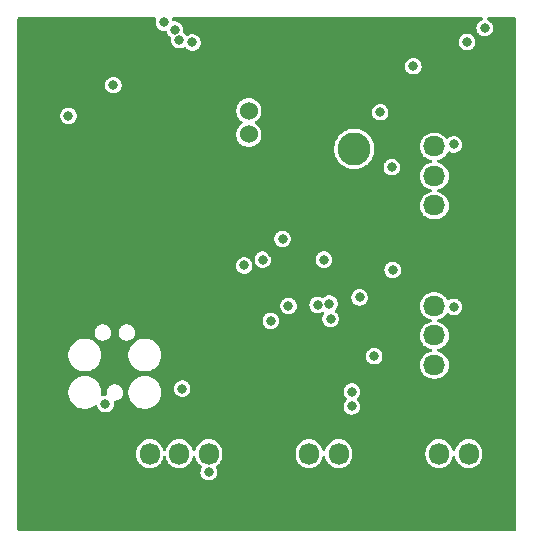
<source format=gbr>
%TF.GenerationSoftware,KiCad,Pcbnew,9.0.5*%
%TF.CreationDate,2025-10-28T15:08:01+09:00*%
%TF.ProjectId,mr2_arm_hw,6d72325f-6172-46d5-9f68-772e6b696361,rev?*%
%TF.SameCoordinates,Original*%
%TF.FileFunction,Copper,L2,Inr*%
%TF.FilePolarity,Positive*%
%FSLAX46Y46*%
G04 Gerber Fmt 4.6, Leading zero omitted, Abs format (unit mm)*
G04 Created by KiCad (PCBNEW 9.0.5) date 2025-10-28 15:08:01*
%MOMM*%
%LPD*%
G01*
G04 APERTURE LIST*
G04 Aperture macros list*
%AMRoundRect*
0 Rectangle with rounded corners*
0 $1 Rounding radius*
0 $2 $3 $4 $5 $6 $7 $8 $9 X,Y pos of 4 corners*
0 Add a 4 corners polygon primitive as box body*
4,1,4,$2,$3,$4,$5,$6,$7,$8,$9,$2,$3,0*
0 Add four circle primitives for the rounded corners*
1,1,$1+$1,$2,$3*
1,1,$1+$1,$4,$5*
1,1,$1+$1,$6,$7*
1,1,$1+$1,$8,$9*
0 Add four rect primitives between the rounded corners*
20,1,$1+$1,$2,$3,$4,$5,0*
20,1,$1+$1,$4,$5,$6,$7,0*
20,1,$1+$1,$6,$7,$8,$9,0*
20,1,$1+$1,$8,$9,$2,$3,0*%
G04 Aperture macros list end*
%TA.AperFunction,ComponentPad*%
%ADD10RoundRect,0.250000X0.675000X-0.600000X0.675000X0.600000X-0.675000X0.600000X-0.675000X-0.600000X0*%
%TD*%
%TA.AperFunction,ComponentPad*%
%ADD11O,1.850000X1.700000*%
%TD*%
%TA.AperFunction,ComponentPad*%
%ADD12RoundRect,0.250000X-0.600000X-0.675000X0.600000X-0.675000X0.600000X0.675000X-0.600000X0.675000X0*%
%TD*%
%TA.AperFunction,ComponentPad*%
%ADD13O,1.700000X1.850000*%
%TD*%
%TA.AperFunction,ComponentPad*%
%ADD14C,2.800000*%
%TD*%
%TA.AperFunction,ComponentPad*%
%ADD15C,1.524000*%
%TD*%
%TA.AperFunction,ViaPad*%
%ADD16C,0.800000*%
%TD*%
G04 APERTURE END LIST*
D10*
%TO.N,GND*%
%TO.C,J3*%
X160288450Y-101800779D03*
D11*
%TO.N,I2C1_SDA*%
X160288450Y-99300779D03*
%TO.N,I2C1_SCL*%
X160288450Y-96800779D03*
%TO.N,+3V3*%
X160288450Y-94300779D03*
%TD*%
D10*
%TO.N,GND*%
%TO.C,J4*%
X160288450Y-115300779D03*
D11*
%TO.N,I2C2_SDA*%
X160288450Y-112800779D03*
%TO.N,I2C2_SCL*%
X160288450Y-110300779D03*
%TO.N,+3V3*%
X160288450Y-107800779D03*
%TD*%
D12*
%TO.N,GND*%
%TO.C,J6*%
X158183450Y-120300779D03*
D13*
%TO.N,SW2_NC*%
X160683450Y-120300779D03*
%TO.N,SW2_NO*%
X163183450Y-120300779D03*
%TD*%
D14*
%TO.N,VBUS*%
%TO.C,U4*%
X153500000Y-94500000D03*
%TO.N,GND*%
X148420000Y-94500000D03*
D15*
%TO.N,CAN-*%
X144570000Y-93270000D03*
%TO.N,CAN+*%
X144570000Y-91270000D03*
%TD*%
D12*
%TO.N,GND*%
%TO.C,J5*%
X147183450Y-120300779D03*
D13*
%TO.N,SW1_NC*%
X149683450Y-120300779D03*
%TO.N,SW1_NO*%
X152183450Y-120300779D03*
%TD*%
D12*
%TO.N,GND*%
%TO.C,J2*%
X133683450Y-120300779D03*
D13*
%TO.N,USART2_TX*%
X136183450Y-120300779D03*
%TO.N,USART2_RX*%
X138683450Y-120300779D03*
%TO.N,+3V3*%
X141183450Y-120300779D03*
%TD*%
D16*
%TO.N,GND*%
X132561058Y-108811058D03*
X139183450Y-107800779D03*
X142683450Y-104375779D03*
X161933450Y-115375779D03*
X139400000Y-97700000D03*
X146900000Y-93600000D03*
X138933450Y-113300779D03*
X139600000Y-88900000D03*
X139500000Y-94400000D03*
X137600000Y-111000000D03*
X132298000Y-93618931D03*
X139500000Y-96700000D03*
X151900000Y-96000000D03*
X160000000Y-84200000D03*
X155600000Y-116100000D03*
X164400000Y-104500000D03*
X150500000Y-112300000D03*
X150928831Y-98632928D03*
X140500000Y-91400000D03*
X146100000Y-89200000D03*
X127200000Y-105600000D03*
X155200000Y-87800000D03*
X144700000Y-100200000D03*
X125700000Y-102400000D03*
X147183450Y-121875779D03*
X156750000Y-107275000D03*
X140683450Y-111550779D03*
X133683450Y-121875779D03*
X158100000Y-116100000D03*
X147200000Y-95800000D03*
X139500000Y-93200000D03*
X158183450Y-121875779D03*
X144700000Y-96800000D03*
X125500000Y-105600000D03*
X128900000Y-105600000D03*
X161933450Y-101625779D03*
X164300000Y-95100000D03*
X150300000Y-89200000D03*
X146600000Y-94800000D03*
X155200000Y-84700000D03*
X146700000Y-111000000D03*
X152400000Y-124300000D03*
X146300000Y-84700000D03*
X143800000Y-124300000D03*
X151183450Y-117050779D03*
X134800000Y-118200000D03*
X137600000Y-114500000D03*
X159000000Y-91500000D03*
X146521832Y-103310311D03*
X142183450Y-107625779D03*
X128900000Y-108800000D03*
X155500000Y-96200000D03*
X134800000Y-108700000D03*
X150800000Y-84700000D03*
X134800000Y-124300000D03*
X155026366Y-108468695D03*
X139500000Y-91900000D03*
X141183450Y-112300779D03*
X161600000Y-124200000D03*
X128900000Y-118100000D03*
X128800000Y-102400000D03*
X152500000Y-106000000D03*
X140600000Y-88900000D03*
X164500000Y-112100000D03*
X128800000Y-113600000D03*
X139500000Y-95600000D03*
%TO.N,+3V3*%
X141183450Y-121875779D03*
X156758450Y-104750000D03*
X138933450Y-114800779D03*
X158500000Y-87500000D03*
X139800000Y-85500000D03*
X153300000Y-115050779D03*
X161933450Y-107875779D03*
X153300000Y-116300000D03*
X147433450Y-102125779D03*
X133100000Y-89100000D03*
X161933450Y-94125779D03*
X138700000Y-85300000D03*
X164550000Y-84275000D03*
X153953473Y-107070802D03*
X150933450Y-103875779D03*
X138300000Y-84400000D03*
X145758450Y-103875779D03*
X155183450Y-112050779D03*
X129300000Y-91700000D03*
X132433450Y-116125779D03*
X144183450Y-104375779D03*
X137400000Y-83800000D03*
%TO.N,NRST*%
X155700000Y-91400000D03*
X146433450Y-109050779D03*
X163050000Y-85450000D03*
%TO.N,BOOT0*%
X147933450Y-107800779D03*
X156683450Y-96050779D03*
%TO.N,SWCLK*%
X151400000Y-107600000D03*
%TO.N,SWDIO*%
X151500000Y-108900000D03*
%TO.N,SWO*%
X150402317Y-107702317D03*
%TD*%
%TA.AperFunction,Conductor*%
%TO.N,GND*%
G36*
X136670242Y-83381848D02*
G01*
X136704809Y-83399461D01*
X136732242Y-83426894D01*
X136749855Y-83461461D01*
X136755924Y-83499779D01*
X136749855Y-83538097D01*
X136746484Y-83547233D01*
X136735257Y-83574334D01*
X136735250Y-83574355D01*
X136722758Y-83620977D01*
X136713516Y-83655472D01*
X136711487Y-83663043D01*
X136711485Y-83663054D01*
X136699500Y-83754079D01*
X136699500Y-83845920D01*
X136709482Y-83921734D01*
X136711486Y-83936954D01*
X136735252Y-84025651D01*
X136770393Y-84110488D01*
X136770395Y-84110491D01*
X136770402Y-84110504D01*
X136816302Y-84190007D01*
X136816303Y-84190009D01*
X136872204Y-84262861D01*
X136872210Y-84262868D01*
X136937131Y-84327789D01*
X136937138Y-84327795D01*
X137009990Y-84383696D01*
X137009992Y-84383697D01*
X137058920Y-84411945D01*
X137089512Y-84429607D01*
X137174349Y-84464748D01*
X137263046Y-84488514D01*
X137354087Y-84500500D01*
X137354094Y-84500500D01*
X137445906Y-84500500D01*
X137445913Y-84500500D01*
X137488598Y-84494880D01*
X137527373Y-84495895D01*
X137563944Y-84508844D01*
X137594723Y-84532461D01*
X137616698Y-84564433D01*
X137624553Y-84585724D01*
X137626952Y-84594676D01*
X137635252Y-84625651D01*
X137670393Y-84710488D01*
X137670395Y-84710491D01*
X137670402Y-84710504D01*
X137716302Y-84790007D01*
X137716303Y-84790009D01*
X137772204Y-84862861D01*
X137772210Y-84862868D01*
X137837131Y-84927789D01*
X137837138Y-84927795D01*
X137909989Y-84983695D01*
X137915941Y-84987131D01*
X137957105Y-85010897D01*
X137987255Y-85035310D01*
X138008385Y-85067847D01*
X138018427Y-85105321D01*
X138016397Y-85144063D01*
X138014882Y-85150371D01*
X138011486Y-85163046D01*
X138011485Y-85163054D01*
X137999500Y-85254079D01*
X137999500Y-85345920D01*
X138008755Y-85416213D01*
X138011486Y-85436954D01*
X138035252Y-85525651D01*
X138070393Y-85610488D01*
X138070395Y-85610491D01*
X138070402Y-85610504D01*
X138116302Y-85690007D01*
X138116303Y-85690009D01*
X138172204Y-85762861D01*
X138172210Y-85762868D01*
X138237131Y-85827789D01*
X138237138Y-85827795D01*
X138309990Y-85883696D01*
X138309992Y-85883697D01*
X138346394Y-85904713D01*
X138389512Y-85929607D01*
X138474349Y-85964748D01*
X138563046Y-85988514D01*
X138654087Y-86000500D01*
X138654094Y-86000500D01*
X138745906Y-86000500D01*
X138745913Y-86000500D01*
X138836954Y-85988514D01*
X138925651Y-85964748D01*
X139010488Y-85929607D01*
X139079997Y-85889475D01*
X139116216Y-85875573D01*
X139154959Y-85873542D01*
X139192432Y-85883583D01*
X139224969Y-85904713D01*
X139240374Y-85921378D01*
X139272206Y-85962864D01*
X139337131Y-86027789D01*
X139337138Y-86027795D01*
X139409990Y-86083696D01*
X139409992Y-86083697D01*
X139463772Y-86114746D01*
X139489512Y-86129607D01*
X139574349Y-86164748D01*
X139663046Y-86188514D01*
X139754087Y-86200500D01*
X139754094Y-86200500D01*
X139845906Y-86200500D01*
X139845913Y-86200500D01*
X139936954Y-86188514D01*
X140025651Y-86164748D01*
X140110488Y-86129607D01*
X140190012Y-86083694D01*
X140262863Y-86027794D01*
X140327794Y-85962863D01*
X140383694Y-85890012D01*
X140384004Y-85889476D01*
X140412564Y-85840007D01*
X140429607Y-85810488D01*
X140464748Y-85725651D01*
X140488514Y-85636954D01*
X140500500Y-85545913D01*
X140500500Y-85454087D01*
X140493916Y-85404079D01*
X162349500Y-85404079D01*
X162349500Y-85495920D01*
X162359482Y-85571734D01*
X162361486Y-85586954D01*
X162385252Y-85675651D01*
X162420393Y-85760488D01*
X162420395Y-85760491D01*
X162420402Y-85760504D01*
X162466302Y-85840007D01*
X162466303Y-85840009D01*
X162522204Y-85912861D01*
X162522210Y-85912868D01*
X162587131Y-85977789D01*
X162587138Y-85977795D01*
X162659990Y-86033696D01*
X162659992Y-86033697D01*
X162722691Y-86069895D01*
X162739512Y-86079607D01*
X162824349Y-86114748D01*
X162913046Y-86138514D01*
X163004087Y-86150500D01*
X163004094Y-86150500D01*
X163095906Y-86150500D01*
X163095913Y-86150500D01*
X163186954Y-86138514D01*
X163275651Y-86114748D01*
X163360488Y-86079607D01*
X163440012Y-86033694D01*
X163512863Y-85977794D01*
X163577794Y-85912863D01*
X163633694Y-85840012D01*
X163679607Y-85760488D01*
X163714748Y-85675651D01*
X163738514Y-85586954D01*
X163750500Y-85495913D01*
X163750500Y-85404087D01*
X163738514Y-85313046D01*
X163714748Y-85224349D01*
X163679607Y-85139512D01*
X163662563Y-85109990D01*
X163633697Y-85059992D01*
X163633696Y-85059990D01*
X163577795Y-84987138D01*
X163577789Y-84987131D01*
X163512868Y-84922210D01*
X163512861Y-84922204D01*
X163440009Y-84866303D01*
X163440007Y-84866302D01*
X163360504Y-84820402D01*
X163360491Y-84820395D01*
X163360492Y-84820395D01*
X163360488Y-84820393D01*
X163275651Y-84785252D01*
X163186954Y-84761486D01*
X163171734Y-84759482D01*
X163095920Y-84749500D01*
X163095913Y-84749500D01*
X163004087Y-84749500D01*
X163004079Y-84749500D01*
X162917433Y-84760908D01*
X162913046Y-84761486D01*
X162883480Y-84769408D01*
X162824355Y-84785250D01*
X162824351Y-84785251D01*
X162824349Y-84785252D01*
X162739512Y-84820393D01*
X162739509Y-84820394D01*
X162739508Y-84820395D01*
X162739495Y-84820402D01*
X162659992Y-84866302D01*
X162659990Y-84866303D01*
X162587138Y-84922204D01*
X162587131Y-84922210D01*
X162522210Y-84987131D01*
X162522204Y-84987138D01*
X162466303Y-85059990D01*
X162466302Y-85059992D01*
X162420402Y-85139495D01*
X162420395Y-85139508D01*
X162420393Y-85139512D01*
X162399689Y-85189495D01*
X162385253Y-85224347D01*
X162385250Y-85224355D01*
X162361487Y-85313043D01*
X162361485Y-85313054D01*
X162349500Y-85404079D01*
X140493916Y-85404079D01*
X140488514Y-85363046D01*
X140464748Y-85274349D01*
X140429607Y-85189512D01*
X140400740Y-85139512D01*
X140383697Y-85109992D01*
X140383696Y-85109990D01*
X140327795Y-85037138D01*
X140327789Y-85037131D01*
X140262868Y-84972210D01*
X140262861Y-84972204D01*
X140190009Y-84916303D01*
X140190007Y-84916302D01*
X140110504Y-84870402D01*
X140110491Y-84870395D01*
X140110492Y-84870395D01*
X140110488Y-84870393D01*
X140025651Y-84835252D01*
X139936954Y-84811486D01*
X139921734Y-84809482D01*
X139845920Y-84799500D01*
X139845913Y-84799500D01*
X139754087Y-84799500D01*
X139754079Y-84799500D01*
X139667433Y-84810908D01*
X139663046Y-84811486D01*
X139633480Y-84819408D01*
X139574355Y-84835250D01*
X139574351Y-84835251D01*
X139574349Y-84835252D01*
X139489512Y-84870393D01*
X139489509Y-84870394D01*
X139489508Y-84870395D01*
X139489499Y-84870400D01*
X139420000Y-84910524D01*
X139383781Y-84924427D01*
X139345038Y-84926457D01*
X139307565Y-84916415D01*
X139275028Y-84895285D01*
X139259625Y-84878621D01*
X139253313Y-84870395D01*
X139244335Y-84858694D01*
X139227793Y-84837135D01*
X139162868Y-84772210D01*
X139162861Y-84772204D01*
X139090011Y-84716305D01*
X139042894Y-84689102D01*
X139012744Y-84664687D01*
X138991614Y-84632150D01*
X138981573Y-84594676D01*
X138983604Y-84555934D01*
X138985113Y-84549645D01*
X138988514Y-84536954D01*
X139000500Y-84445913D01*
X139000500Y-84354087D01*
X138988514Y-84263046D01*
X138964748Y-84174349D01*
X138929607Y-84089512D01*
X138919895Y-84072691D01*
X138883697Y-84009992D01*
X138883696Y-84009990D01*
X138827795Y-83937138D01*
X138827789Y-83937131D01*
X138762868Y-83872210D01*
X138762861Y-83872204D01*
X138690009Y-83816303D01*
X138690007Y-83816302D01*
X138610504Y-83770402D01*
X138610491Y-83770395D01*
X138610492Y-83770395D01*
X138610488Y-83770393D01*
X138525651Y-83735252D01*
X138436954Y-83711486D01*
X138421734Y-83709482D01*
X138345920Y-83699500D01*
X138345913Y-83699500D01*
X138254087Y-83699500D01*
X138254081Y-83699500D01*
X138254076Y-83699501D01*
X138211405Y-83705119D01*
X138203514Y-83704912D01*
X138195723Y-83706179D01*
X138184239Y-83704408D01*
X138172623Y-83704104D01*
X138165182Y-83701469D01*
X138157381Y-83700266D01*
X138147003Y-83695031D01*
X138136052Y-83691153D01*
X138129791Y-83686348D01*
X138122742Y-83682793D01*
X138114491Y-83674608D01*
X138105274Y-83667536D01*
X138100803Y-83661030D01*
X138095199Y-83655472D01*
X138091084Y-83646890D01*
X138083299Y-83635563D01*
X138077446Y-83620977D01*
X138076351Y-83617654D01*
X138064748Y-83574349D01*
X138051746Y-83542960D01*
X138050302Y-83538576D01*
X138047922Y-83523938D01*
X138044458Y-83509510D01*
X138044823Y-83504871D01*
X138044077Y-83500282D01*
X138046338Y-83485618D01*
X138047502Y-83470833D01*
X138049280Y-83466538D01*
X138049990Y-83461940D01*
X138056674Y-83448689D01*
X138062348Y-83434991D01*
X138065367Y-83431455D01*
X138067463Y-83427301D01*
X138077911Y-83416767D01*
X138087543Y-83405490D01*
X138091508Y-83403059D01*
X138094784Y-83399758D01*
X138107974Y-83392969D01*
X138120622Y-83385219D01*
X138125143Y-83384133D01*
X138129279Y-83382005D01*
X138143916Y-83379625D01*
X138158345Y-83376161D01*
X138167420Y-83375804D01*
X138167573Y-83375780D01*
X138167669Y-83375794D01*
X138168076Y-83375779D01*
X164267028Y-83375779D01*
X164305346Y-83381848D01*
X164339913Y-83399461D01*
X164367346Y-83426894D01*
X164384959Y-83461461D01*
X164391028Y-83499779D01*
X164384959Y-83538097D01*
X164367346Y-83572664D01*
X164339913Y-83600097D01*
X164314484Y-83614338D01*
X164239512Y-83645393D01*
X164239505Y-83645396D01*
X164239495Y-83645402D01*
X164159992Y-83691302D01*
X164159990Y-83691303D01*
X164087138Y-83747204D01*
X164087131Y-83747210D01*
X164022210Y-83812131D01*
X164022204Y-83812138D01*
X163966303Y-83884990D01*
X163966302Y-83884992D01*
X163920402Y-83964495D01*
X163920395Y-83964508D01*
X163920393Y-83964512D01*
X163895071Y-84025644D01*
X163885253Y-84049347D01*
X163885250Y-84049355D01*
X163861487Y-84138043D01*
X163861485Y-84138054D01*
X163849500Y-84229079D01*
X163849500Y-84320920D01*
X163853868Y-84354093D01*
X163861486Y-84411954D01*
X163875632Y-84464748D01*
X163885211Y-84500500D01*
X163885252Y-84500651D01*
X163920393Y-84585488D01*
X163920395Y-84585491D01*
X163920402Y-84585504D01*
X163966302Y-84665007D01*
X163966303Y-84665009D01*
X164022204Y-84737861D01*
X164022210Y-84737868D01*
X164087131Y-84802789D01*
X164087138Y-84802795D01*
X164159990Y-84858696D01*
X164159992Y-84858697D01*
X164222691Y-84894895D01*
X164239512Y-84904607D01*
X164324349Y-84939748D01*
X164413046Y-84963514D01*
X164504087Y-84975500D01*
X164504094Y-84975500D01*
X164595906Y-84975500D01*
X164595913Y-84975500D01*
X164686954Y-84963514D01*
X164775651Y-84939748D01*
X164860488Y-84904607D01*
X164940012Y-84858694D01*
X165012863Y-84802794D01*
X165077794Y-84737863D01*
X165133694Y-84665012D01*
X165179607Y-84585488D01*
X165214748Y-84500651D01*
X165238514Y-84411954D01*
X165250500Y-84320913D01*
X165250500Y-84229087D01*
X165238514Y-84138046D01*
X165214748Y-84049349D01*
X165179607Y-83964512D01*
X165163698Y-83936956D01*
X165133697Y-83884992D01*
X165133696Y-83884990D01*
X165077795Y-83812138D01*
X165077789Y-83812131D01*
X165012868Y-83747210D01*
X165012861Y-83747204D01*
X164940009Y-83691303D01*
X164940007Y-83691302D01*
X164860504Y-83645402D01*
X164860500Y-83645400D01*
X164860488Y-83645393D01*
X164785516Y-83614338D01*
X164752440Y-83594069D01*
X164727244Y-83564568D01*
X164712398Y-83528726D01*
X164709354Y-83490049D01*
X164718411Y-83452326D01*
X164738682Y-83419247D01*
X164768183Y-83394051D01*
X164804025Y-83379205D01*
X164832972Y-83375779D01*
X167059450Y-83375779D01*
X167097768Y-83381848D01*
X167132335Y-83399461D01*
X167159768Y-83426894D01*
X167177381Y-83461461D01*
X167183450Y-83499779D01*
X167183450Y-126751779D01*
X167177381Y-126790097D01*
X167159768Y-126824664D01*
X167132335Y-126852097D01*
X167097768Y-126869710D01*
X167059450Y-126875779D01*
X125107450Y-126875779D01*
X125069132Y-126869710D01*
X125034565Y-126852097D01*
X125007132Y-126824664D01*
X124989519Y-126790097D01*
X124983450Y-126751779D01*
X124983450Y-120169261D01*
X135032950Y-120169261D01*
X135032950Y-120432296D01*
X135044028Y-120544784D01*
X135044030Y-120544797D01*
X135055067Y-120600280D01*
X135066084Y-120655665D01*
X135066085Y-120655667D01*
X135098899Y-120763843D01*
X135142154Y-120868269D01*
X135142155Y-120868272D01*
X135195442Y-120967963D01*
X135195454Y-120967983D01*
X135258236Y-121061944D01*
X135258246Y-121061957D01*
X135329963Y-121149345D01*
X135409883Y-121229265D01*
X135497271Y-121300982D01*
X135497284Y-121300992D01*
X135591245Y-121363774D01*
X135591250Y-121363777D01*
X135591262Y-121363785D01*
X135690955Y-121417073D01*
X135735561Y-121435549D01*
X135795385Y-121460329D01*
X135795389Y-121460330D01*
X135795391Y-121460331D01*
X135903564Y-121493145D01*
X136014433Y-121515199D01*
X136126930Y-121526279D01*
X136126932Y-121526279D01*
X136239968Y-121526279D01*
X136239970Y-121526279D01*
X136352467Y-121515199D01*
X136463336Y-121493145D01*
X136571509Y-121460331D01*
X136675945Y-121417073D01*
X136775638Y-121363785D01*
X136869628Y-121300983D01*
X136957010Y-121229271D01*
X137036942Y-121149339D01*
X137108654Y-121061957D01*
X137171456Y-120967967D01*
X137224744Y-120868274D01*
X137268002Y-120763838D01*
X137300816Y-120655665D01*
X137311833Y-120600279D01*
X137325261Y-120563882D01*
X137349279Y-120533415D01*
X137381537Y-120511862D01*
X137418876Y-120501331D01*
X137457642Y-120502855D01*
X137494040Y-120516283D01*
X137524507Y-120540301D01*
X137546060Y-120572559D01*
X137555066Y-120600278D01*
X137566084Y-120655665D01*
X137566085Y-120655667D01*
X137598899Y-120763843D01*
X137642154Y-120868269D01*
X137642155Y-120868272D01*
X137695442Y-120967963D01*
X137695454Y-120967983D01*
X137758236Y-121061944D01*
X137758246Y-121061957D01*
X137829963Y-121149345D01*
X137909883Y-121229265D01*
X137997271Y-121300982D01*
X137997284Y-121300992D01*
X138091245Y-121363774D01*
X138091250Y-121363777D01*
X138091262Y-121363785D01*
X138190955Y-121417073D01*
X138235561Y-121435549D01*
X138295385Y-121460329D01*
X138295389Y-121460330D01*
X138295391Y-121460331D01*
X138403564Y-121493145D01*
X138514433Y-121515199D01*
X138626930Y-121526279D01*
X138626932Y-121526279D01*
X138739968Y-121526279D01*
X138739970Y-121526279D01*
X138852467Y-121515199D01*
X138963336Y-121493145D01*
X139071509Y-121460331D01*
X139175945Y-121417073D01*
X139275638Y-121363785D01*
X139369628Y-121300983D01*
X139457010Y-121229271D01*
X139536942Y-121149339D01*
X139608654Y-121061957D01*
X139671456Y-120967967D01*
X139724744Y-120868274D01*
X139768002Y-120763838D01*
X139800816Y-120655665D01*
X139811833Y-120600279D01*
X139825261Y-120563882D01*
X139849279Y-120533415D01*
X139881537Y-120511862D01*
X139918876Y-120501331D01*
X139957642Y-120502855D01*
X139994040Y-120516283D01*
X140024507Y-120540301D01*
X140046060Y-120572559D01*
X140055066Y-120600278D01*
X140066084Y-120655665D01*
X140066085Y-120655667D01*
X140098899Y-120763843D01*
X140142154Y-120868269D01*
X140142155Y-120868272D01*
X140195442Y-120967963D01*
X140195454Y-120967983D01*
X140258236Y-121061944D01*
X140258246Y-121061957D01*
X140329963Y-121149345D01*
X140409883Y-121229265D01*
X140497271Y-121300982D01*
X140497275Y-121300985D01*
X140551646Y-121337315D01*
X140580135Y-121363650D01*
X140599091Y-121397499D01*
X140606659Y-121435549D01*
X140602099Y-121474076D01*
X140590143Y-121502415D01*
X140553849Y-121565278D01*
X140553845Y-121565287D01*
X140518703Y-121650126D01*
X140518700Y-121650134D01*
X140494937Y-121738822D01*
X140494935Y-121738833D01*
X140482950Y-121829858D01*
X140482950Y-121921699D01*
X140492932Y-121997513D01*
X140494936Y-122012733D01*
X140518702Y-122101430D01*
X140553843Y-122186267D01*
X140553845Y-122186270D01*
X140553852Y-122186283D01*
X140599752Y-122265786D01*
X140599753Y-122265788D01*
X140655654Y-122338640D01*
X140655660Y-122338647D01*
X140720581Y-122403568D01*
X140720588Y-122403574D01*
X140793440Y-122459475D01*
X140793442Y-122459476D01*
X140856141Y-122495674D01*
X140872962Y-122505386D01*
X140957799Y-122540527D01*
X141046496Y-122564293D01*
X141137537Y-122576279D01*
X141137544Y-122576279D01*
X141229356Y-122576279D01*
X141229363Y-122576279D01*
X141320404Y-122564293D01*
X141409101Y-122540527D01*
X141493938Y-122505386D01*
X141573462Y-122459473D01*
X141646313Y-122403573D01*
X141711244Y-122338642D01*
X141767144Y-122265791D01*
X141813057Y-122186267D01*
X141848198Y-122101430D01*
X141871964Y-122012733D01*
X141883950Y-121921692D01*
X141883950Y-121829866D01*
X141871964Y-121738825D01*
X141848198Y-121650128D01*
X141813057Y-121565291D01*
X141813049Y-121565278D01*
X141776757Y-121502417D01*
X141762854Y-121466198D01*
X141760823Y-121427455D01*
X141770865Y-121389981D01*
X141791994Y-121357445D01*
X141815253Y-121337315D01*
X141869628Y-121300983D01*
X141957010Y-121229271D01*
X142036942Y-121149339D01*
X142108654Y-121061957D01*
X142171456Y-120967967D01*
X142224744Y-120868274D01*
X142268002Y-120763838D01*
X142300816Y-120655665D01*
X142322870Y-120544796D01*
X142333950Y-120432299D01*
X142333950Y-120169261D01*
X148532950Y-120169261D01*
X148532950Y-120432296D01*
X148544028Y-120544784D01*
X148544030Y-120544797D01*
X148555067Y-120600280D01*
X148566084Y-120655665D01*
X148566085Y-120655667D01*
X148598899Y-120763843D01*
X148642154Y-120868269D01*
X148642155Y-120868272D01*
X148695442Y-120967963D01*
X148695454Y-120967983D01*
X148758236Y-121061944D01*
X148758246Y-121061957D01*
X148829963Y-121149345D01*
X148909883Y-121229265D01*
X148997271Y-121300982D01*
X148997284Y-121300992D01*
X149091245Y-121363774D01*
X149091250Y-121363777D01*
X149091262Y-121363785D01*
X149190955Y-121417073D01*
X149235561Y-121435549D01*
X149295385Y-121460329D01*
X149295389Y-121460330D01*
X149295391Y-121460331D01*
X149403564Y-121493145D01*
X149514433Y-121515199D01*
X149626930Y-121526279D01*
X149626932Y-121526279D01*
X149739968Y-121526279D01*
X149739970Y-121526279D01*
X149852467Y-121515199D01*
X149963336Y-121493145D01*
X150071509Y-121460331D01*
X150175945Y-121417073D01*
X150275638Y-121363785D01*
X150369628Y-121300983D01*
X150457010Y-121229271D01*
X150536942Y-121149339D01*
X150608654Y-121061957D01*
X150671456Y-120967967D01*
X150724744Y-120868274D01*
X150768002Y-120763838D01*
X150800816Y-120655665D01*
X150811833Y-120600279D01*
X150825261Y-120563882D01*
X150849279Y-120533415D01*
X150881537Y-120511862D01*
X150918876Y-120501331D01*
X150957642Y-120502855D01*
X150994040Y-120516283D01*
X151024507Y-120540301D01*
X151046060Y-120572559D01*
X151055066Y-120600278D01*
X151066084Y-120655665D01*
X151066085Y-120655667D01*
X151098899Y-120763843D01*
X151142154Y-120868269D01*
X151142155Y-120868272D01*
X151195442Y-120967963D01*
X151195454Y-120967983D01*
X151258236Y-121061944D01*
X151258246Y-121061957D01*
X151329963Y-121149345D01*
X151409883Y-121229265D01*
X151497271Y-121300982D01*
X151497284Y-121300992D01*
X151591245Y-121363774D01*
X151591250Y-121363777D01*
X151591262Y-121363785D01*
X151690955Y-121417073D01*
X151735561Y-121435549D01*
X151795385Y-121460329D01*
X151795389Y-121460330D01*
X151795391Y-121460331D01*
X151903564Y-121493145D01*
X152014433Y-121515199D01*
X152126930Y-121526279D01*
X152126932Y-121526279D01*
X152239968Y-121526279D01*
X152239970Y-121526279D01*
X152352467Y-121515199D01*
X152463336Y-121493145D01*
X152571509Y-121460331D01*
X152675945Y-121417073D01*
X152775638Y-121363785D01*
X152869628Y-121300983D01*
X152957010Y-121229271D01*
X153036942Y-121149339D01*
X153108654Y-121061957D01*
X153171456Y-120967967D01*
X153224744Y-120868274D01*
X153268002Y-120763838D01*
X153300816Y-120655665D01*
X153322870Y-120544796D01*
X153333950Y-120432299D01*
X153333950Y-120169261D01*
X159532950Y-120169261D01*
X159532950Y-120432296D01*
X159544028Y-120544784D01*
X159544030Y-120544797D01*
X159555067Y-120600280D01*
X159566084Y-120655665D01*
X159566085Y-120655667D01*
X159598899Y-120763843D01*
X159642154Y-120868269D01*
X159642155Y-120868272D01*
X159695442Y-120967963D01*
X159695454Y-120967983D01*
X159758236Y-121061944D01*
X159758246Y-121061957D01*
X159829963Y-121149345D01*
X159909883Y-121229265D01*
X159997271Y-121300982D01*
X159997284Y-121300992D01*
X160091245Y-121363774D01*
X160091250Y-121363777D01*
X160091262Y-121363785D01*
X160190955Y-121417073D01*
X160235561Y-121435549D01*
X160295385Y-121460329D01*
X160295389Y-121460330D01*
X160295391Y-121460331D01*
X160403564Y-121493145D01*
X160514433Y-121515199D01*
X160626930Y-121526279D01*
X160626932Y-121526279D01*
X160739968Y-121526279D01*
X160739970Y-121526279D01*
X160852467Y-121515199D01*
X160963336Y-121493145D01*
X161071509Y-121460331D01*
X161175945Y-121417073D01*
X161275638Y-121363785D01*
X161369628Y-121300983D01*
X161457010Y-121229271D01*
X161536942Y-121149339D01*
X161608654Y-121061957D01*
X161671456Y-120967967D01*
X161724744Y-120868274D01*
X161768002Y-120763838D01*
X161800816Y-120655665D01*
X161811833Y-120600279D01*
X161825261Y-120563882D01*
X161849279Y-120533415D01*
X161881537Y-120511862D01*
X161918876Y-120501331D01*
X161957642Y-120502855D01*
X161994040Y-120516283D01*
X162024507Y-120540301D01*
X162046060Y-120572559D01*
X162055066Y-120600278D01*
X162066084Y-120655665D01*
X162066085Y-120655667D01*
X162098899Y-120763843D01*
X162142154Y-120868269D01*
X162142155Y-120868272D01*
X162195442Y-120967963D01*
X162195454Y-120967983D01*
X162258236Y-121061944D01*
X162258246Y-121061957D01*
X162329963Y-121149345D01*
X162409883Y-121229265D01*
X162497271Y-121300982D01*
X162497284Y-121300992D01*
X162591245Y-121363774D01*
X162591250Y-121363777D01*
X162591262Y-121363785D01*
X162690955Y-121417073D01*
X162735561Y-121435549D01*
X162795385Y-121460329D01*
X162795389Y-121460330D01*
X162795391Y-121460331D01*
X162903564Y-121493145D01*
X163014433Y-121515199D01*
X163126930Y-121526279D01*
X163126932Y-121526279D01*
X163239968Y-121526279D01*
X163239970Y-121526279D01*
X163352467Y-121515199D01*
X163463336Y-121493145D01*
X163571509Y-121460331D01*
X163675945Y-121417073D01*
X163775638Y-121363785D01*
X163869628Y-121300983D01*
X163957010Y-121229271D01*
X164036942Y-121149339D01*
X164108654Y-121061957D01*
X164171456Y-120967967D01*
X164224744Y-120868274D01*
X164268002Y-120763838D01*
X164300816Y-120655665D01*
X164322870Y-120544796D01*
X164333950Y-120432299D01*
X164333950Y-120169259D01*
X164322870Y-120056762D01*
X164300816Y-119945893D01*
X164268002Y-119837720D01*
X164224744Y-119733284D01*
X164171456Y-119633591D01*
X164171445Y-119633574D01*
X164108663Y-119539613D01*
X164108653Y-119539600D01*
X164036936Y-119452212D01*
X163957016Y-119372292D01*
X163869628Y-119300575D01*
X163869615Y-119300565D01*
X163775654Y-119237783D01*
X163775643Y-119237776D01*
X163775638Y-119237773D01*
X163675945Y-119184485D01*
X163669445Y-119181792D01*
X163571514Y-119141228D01*
X163510089Y-119122595D01*
X163463336Y-119108413D01*
X163408662Y-119097537D01*
X163352468Y-119086359D01*
X163352455Y-119086357D01*
X163261796Y-119077428D01*
X163239970Y-119075279D01*
X163126930Y-119075279D01*
X163107033Y-119077238D01*
X163014444Y-119086357D01*
X163014431Y-119086359D01*
X162903569Y-119108412D01*
X162903564Y-119108413D01*
X162903561Y-119108414D01*
X162795385Y-119141228D01*
X162690959Y-119184483D01*
X162690956Y-119184484D01*
X162591265Y-119237771D01*
X162591245Y-119237783D01*
X162497284Y-119300565D01*
X162497271Y-119300575D01*
X162409883Y-119372292D01*
X162329963Y-119452212D01*
X162258246Y-119539600D01*
X162258236Y-119539613D01*
X162195454Y-119633574D01*
X162195442Y-119633594D01*
X162142155Y-119733285D01*
X162142154Y-119733288D01*
X162098899Y-119837714D01*
X162066085Y-119945890D01*
X162066084Y-119945894D01*
X162055067Y-120001278D01*
X162041639Y-120037675D01*
X162017620Y-120068142D01*
X161985363Y-120089695D01*
X161948023Y-120100226D01*
X161909257Y-120098702D01*
X161872860Y-120085274D01*
X161842393Y-120061255D01*
X161820840Y-120028998D01*
X161811833Y-120001278D01*
X161800816Y-119945893D01*
X161768002Y-119837720D01*
X161724744Y-119733284D01*
X161671456Y-119633591D01*
X161671445Y-119633574D01*
X161608663Y-119539613D01*
X161608653Y-119539600D01*
X161536936Y-119452212D01*
X161457016Y-119372292D01*
X161369628Y-119300575D01*
X161369615Y-119300565D01*
X161275654Y-119237783D01*
X161275643Y-119237776D01*
X161275638Y-119237773D01*
X161175945Y-119184485D01*
X161169445Y-119181792D01*
X161071514Y-119141228D01*
X161010089Y-119122595D01*
X160963336Y-119108413D01*
X160908662Y-119097537D01*
X160852468Y-119086359D01*
X160852455Y-119086357D01*
X160761796Y-119077428D01*
X160739970Y-119075279D01*
X160626930Y-119075279D01*
X160607033Y-119077238D01*
X160514444Y-119086357D01*
X160514431Y-119086359D01*
X160403569Y-119108412D01*
X160403564Y-119108413D01*
X160403561Y-119108414D01*
X160295385Y-119141228D01*
X160190959Y-119184483D01*
X160190956Y-119184484D01*
X160091265Y-119237771D01*
X160091245Y-119237783D01*
X159997284Y-119300565D01*
X159997271Y-119300575D01*
X159909883Y-119372292D01*
X159829963Y-119452212D01*
X159758246Y-119539600D01*
X159758236Y-119539613D01*
X159695454Y-119633574D01*
X159695442Y-119633594D01*
X159642155Y-119733285D01*
X159642154Y-119733288D01*
X159598899Y-119837714D01*
X159566085Y-119945890D01*
X159566083Y-119945898D01*
X159544030Y-120056760D01*
X159544028Y-120056773D01*
X159532950Y-120169261D01*
X153333950Y-120169261D01*
X153333950Y-120169259D01*
X153322870Y-120056762D01*
X153300816Y-119945893D01*
X153268002Y-119837720D01*
X153224744Y-119733284D01*
X153171456Y-119633591D01*
X153171445Y-119633574D01*
X153108663Y-119539613D01*
X153108653Y-119539600D01*
X153036936Y-119452212D01*
X152957016Y-119372292D01*
X152869628Y-119300575D01*
X152869615Y-119300565D01*
X152775654Y-119237783D01*
X152775643Y-119237776D01*
X152775638Y-119237773D01*
X152675945Y-119184485D01*
X152669445Y-119181792D01*
X152571514Y-119141228D01*
X152510089Y-119122595D01*
X152463336Y-119108413D01*
X152408662Y-119097537D01*
X152352468Y-119086359D01*
X152352455Y-119086357D01*
X152261796Y-119077428D01*
X152239970Y-119075279D01*
X152126930Y-119075279D01*
X152107033Y-119077238D01*
X152014444Y-119086357D01*
X152014431Y-119086359D01*
X151903569Y-119108412D01*
X151903564Y-119108413D01*
X151903561Y-119108414D01*
X151795385Y-119141228D01*
X151690959Y-119184483D01*
X151690956Y-119184484D01*
X151591265Y-119237771D01*
X151591245Y-119237783D01*
X151497284Y-119300565D01*
X151497271Y-119300575D01*
X151409883Y-119372292D01*
X151329963Y-119452212D01*
X151258246Y-119539600D01*
X151258236Y-119539613D01*
X151195454Y-119633574D01*
X151195442Y-119633594D01*
X151142155Y-119733285D01*
X151142154Y-119733288D01*
X151098899Y-119837714D01*
X151066085Y-119945890D01*
X151066084Y-119945894D01*
X151055067Y-120001278D01*
X151041639Y-120037675D01*
X151017620Y-120068142D01*
X150985363Y-120089695D01*
X150948023Y-120100226D01*
X150909257Y-120098702D01*
X150872860Y-120085274D01*
X150842393Y-120061255D01*
X150820840Y-120028998D01*
X150811833Y-120001278D01*
X150800816Y-119945893D01*
X150768002Y-119837720D01*
X150724744Y-119733284D01*
X150671456Y-119633591D01*
X150671445Y-119633574D01*
X150608663Y-119539613D01*
X150608653Y-119539600D01*
X150536936Y-119452212D01*
X150457016Y-119372292D01*
X150369628Y-119300575D01*
X150369615Y-119300565D01*
X150275654Y-119237783D01*
X150275643Y-119237776D01*
X150275638Y-119237773D01*
X150175945Y-119184485D01*
X150169445Y-119181792D01*
X150071514Y-119141228D01*
X150010089Y-119122595D01*
X149963336Y-119108413D01*
X149908662Y-119097537D01*
X149852468Y-119086359D01*
X149852455Y-119086357D01*
X149761796Y-119077428D01*
X149739970Y-119075279D01*
X149626930Y-119075279D01*
X149607033Y-119077238D01*
X149514444Y-119086357D01*
X149514431Y-119086359D01*
X149403569Y-119108412D01*
X149403564Y-119108413D01*
X149403561Y-119108414D01*
X149295385Y-119141228D01*
X149190959Y-119184483D01*
X149190956Y-119184484D01*
X149091265Y-119237771D01*
X149091245Y-119237783D01*
X148997284Y-119300565D01*
X148997271Y-119300575D01*
X148909883Y-119372292D01*
X148829963Y-119452212D01*
X148758246Y-119539600D01*
X148758236Y-119539613D01*
X148695454Y-119633574D01*
X148695442Y-119633594D01*
X148642155Y-119733285D01*
X148642154Y-119733288D01*
X148598899Y-119837714D01*
X148566085Y-119945890D01*
X148566083Y-119945898D01*
X148544030Y-120056760D01*
X148544028Y-120056773D01*
X148532950Y-120169261D01*
X142333950Y-120169261D01*
X142333950Y-120169259D01*
X142322870Y-120056762D01*
X142300816Y-119945893D01*
X142268002Y-119837720D01*
X142224744Y-119733284D01*
X142171456Y-119633591D01*
X142171445Y-119633574D01*
X142108663Y-119539613D01*
X142108653Y-119539600D01*
X142036936Y-119452212D01*
X141957016Y-119372292D01*
X141869628Y-119300575D01*
X141869615Y-119300565D01*
X141775654Y-119237783D01*
X141775643Y-119237776D01*
X141775638Y-119237773D01*
X141675945Y-119184485D01*
X141669445Y-119181792D01*
X141571514Y-119141228D01*
X141510089Y-119122595D01*
X141463336Y-119108413D01*
X141408662Y-119097537D01*
X141352468Y-119086359D01*
X141352455Y-119086357D01*
X141261796Y-119077428D01*
X141239970Y-119075279D01*
X141126930Y-119075279D01*
X141107033Y-119077238D01*
X141014444Y-119086357D01*
X141014431Y-119086359D01*
X140903569Y-119108412D01*
X140903564Y-119108413D01*
X140903561Y-119108414D01*
X140795385Y-119141228D01*
X140690959Y-119184483D01*
X140690956Y-119184484D01*
X140591265Y-119237771D01*
X140591245Y-119237783D01*
X140497284Y-119300565D01*
X140497271Y-119300575D01*
X140409883Y-119372292D01*
X140329963Y-119452212D01*
X140258246Y-119539600D01*
X140258236Y-119539613D01*
X140195454Y-119633574D01*
X140195442Y-119633594D01*
X140142155Y-119733285D01*
X140142154Y-119733288D01*
X140098899Y-119837714D01*
X140066085Y-119945890D01*
X140066084Y-119945894D01*
X140055067Y-120001278D01*
X140041639Y-120037675D01*
X140017620Y-120068142D01*
X139985363Y-120089695D01*
X139948023Y-120100226D01*
X139909257Y-120098702D01*
X139872860Y-120085274D01*
X139842393Y-120061255D01*
X139820840Y-120028998D01*
X139811833Y-120001278D01*
X139800816Y-119945893D01*
X139768002Y-119837720D01*
X139724744Y-119733284D01*
X139671456Y-119633591D01*
X139671445Y-119633574D01*
X139608663Y-119539613D01*
X139608653Y-119539600D01*
X139536936Y-119452212D01*
X139457016Y-119372292D01*
X139369628Y-119300575D01*
X139369615Y-119300565D01*
X139275654Y-119237783D01*
X139275643Y-119237776D01*
X139275638Y-119237773D01*
X139175945Y-119184485D01*
X139169445Y-119181792D01*
X139071514Y-119141228D01*
X139010089Y-119122595D01*
X138963336Y-119108413D01*
X138908662Y-119097537D01*
X138852468Y-119086359D01*
X138852455Y-119086357D01*
X138761796Y-119077428D01*
X138739970Y-119075279D01*
X138626930Y-119075279D01*
X138607033Y-119077238D01*
X138514444Y-119086357D01*
X138514431Y-119086359D01*
X138403569Y-119108412D01*
X138403564Y-119108413D01*
X138403561Y-119108414D01*
X138295385Y-119141228D01*
X138190959Y-119184483D01*
X138190956Y-119184484D01*
X138091265Y-119237771D01*
X138091245Y-119237783D01*
X137997284Y-119300565D01*
X137997271Y-119300575D01*
X137909883Y-119372292D01*
X137829963Y-119452212D01*
X137758246Y-119539600D01*
X137758236Y-119539613D01*
X137695454Y-119633574D01*
X137695442Y-119633594D01*
X137642155Y-119733285D01*
X137642154Y-119733288D01*
X137598899Y-119837714D01*
X137566085Y-119945890D01*
X137566084Y-119945894D01*
X137555067Y-120001278D01*
X137541639Y-120037675D01*
X137517620Y-120068142D01*
X137485363Y-120089695D01*
X137448023Y-120100226D01*
X137409257Y-120098702D01*
X137372860Y-120085274D01*
X137342393Y-120061255D01*
X137320840Y-120028998D01*
X137311833Y-120001278D01*
X137300816Y-119945893D01*
X137268002Y-119837720D01*
X137224744Y-119733284D01*
X137171456Y-119633591D01*
X137171445Y-119633574D01*
X137108663Y-119539613D01*
X137108653Y-119539600D01*
X137036936Y-119452212D01*
X136957016Y-119372292D01*
X136869628Y-119300575D01*
X136869615Y-119300565D01*
X136775654Y-119237783D01*
X136775643Y-119237776D01*
X136775638Y-119237773D01*
X136675945Y-119184485D01*
X136669445Y-119181792D01*
X136571514Y-119141228D01*
X136510089Y-119122595D01*
X136463336Y-119108413D01*
X136408662Y-119097537D01*
X136352468Y-119086359D01*
X136352455Y-119086357D01*
X136261796Y-119077428D01*
X136239970Y-119075279D01*
X136126930Y-119075279D01*
X136107033Y-119077238D01*
X136014444Y-119086357D01*
X136014431Y-119086359D01*
X135903569Y-119108412D01*
X135903564Y-119108413D01*
X135903561Y-119108414D01*
X135795385Y-119141228D01*
X135690959Y-119184483D01*
X135690956Y-119184484D01*
X135591265Y-119237771D01*
X135591245Y-119237783D01*
X135497284Y-119300565D01*
X135497271Y-119300575D01*
X135409883Y-119372292D01*
X135329963Y-119452212D01*
X135258246Y-119539600D01*
X135258236Y-119539613D01*
X135195454Y-119633574D01*
X135195442Y-119633594D01*
X135142155Y-119733285D01*
X135142154Y-119733288D01*
X135098899Y-119837714D01*
X135066085Y-119945890D01*
X135066083Y-119945898D01*
X135044030Y-120056760D01*
X135044028Y-120056773D01*
X135032950Y-120169261D01*
X124983450Y-120169261D01*
X124983450Y-115065178D01*
X129295500Y-115065178D01*
X129295500Y-115186379D01*
X129306063Y-115307118D01*
X129318793Y-115379312D01*
X129326153Y-115421053D01*
X129327108Y-115426466D01*
X129327109Y-115426473D01*
X129333527Y-115450425D01*
X129358478Y-115543541D01*
X129358481Y-115543551D01*
X129358482Y-115543552D01*
X129399927Y-115657425D01*
X129399931Y-115657435D01*
X129451146Y-115767263D01*
X129451154Y-115767279D01*
X129511745Y-115872225D01*
X129511754Y-115872240D01*
X129581274Y-115971525D01*
X129626834Y-116025820D01*
X129659171Y-116064358D01*
X129659178Y-116064365D01*
X129659189Y-116064377D01*
X129744851Y-116150039D01*
X129744862Y-116150049D01*
X129744871Y-116150058D01*
X129760346Y-116163043D01*
X129837703Y-116227954D01*
X129837710Y-116227959D01*
X129837715Y-116227963D01*
X129936995Y-116297479D01*
X130041956Y-116358078D01*
X130041965Y-116358082D01*
X130151793Y-116409297D01*
X130151803Y-116409301D01*
X130204468Y-116428469D01*
X130265688Y-116450751D01*
X130382757Y-116482120D01*
X130502114Y-116503166D01*
X130622849Y-116513728D01*
X130622850Y-116513729D01*
X130622851Y-116513729D01*
X130744050Y-116513729D01*
X130744050Y-116513728D01*
X130864786Y-116503166D01*
X130984143Y-116482120D01*
X131101212Y-116450751D01*
X131215101Y-116409299D01*
X131215106Y-116409297D01*
X131251715Y-116392225D01*
X131324944Y-116358078D01*
X131429905Y-116297479D01*
X131529185Y-116227963D01*
X131548624Y-116211651D01*
X131581870Y-116191673D01*
X131619671Y-116182944D01*
X131658319Y-116186324D01*
X131694032Y-116201481D01*
X131723313Y-116226932D01*
X131743296Y-116260185D01*
X131748102Y-116274548D01*
X131767225Y-116345920D01*
X131768702Y-116351430D01*
X131803843Y-116436267D01*
X131803845Y-116436270D01*
X131803852Y-116436283D01*
X131849752Y-116515786D01*
X131849753Y-116515788D01*
X131905654Y-116588640D01*
X131905660Y-116588647D01*
X131970581Y-116653568D01*
X131970588Y-116653574D01*
X132043440Y-116709475D01*
X132043442Y-116709476D01*
X132106141Y-116745674D01*
X132122962Y-116755386D01*
X132207799Y-116790527D01*
X132296496Y-116814293D01*
X132387537Y-116826279D01*
X132387544Y-116826279D01*
X132479356Y-116826279D01*
X132479363Y-116826279D01*
X132570404Y-116814293D01*
X132659101Y-116790527D01*
X132743938Y-116755386D01*
X132823462Y-116709473D01*
X132896313Y-116653573D01*
X132961244Y-116588642D01*
X133017144Y-116515791D01*
X133018335Y-116513729D01*
X133036584Y-116482119D01*
X133063057Y-116436267D01*
X133098198Y-116351430D01*
X133121964Y-116262733D01*
X133133950Y-116171692D01*
X133133950Y-116079866D01*
X133121964Y-115988825D01*
X133118974Y-115977668D01*
X133114920Y-115939089D01*
X133122986Y-115901141D01*
X133142384Y-115867543D01*
X133171215Y-115841584D01*
X133206657Y-115825804D01*
X133238750Y-115821579D01*
X133269056Y-115821579D01*
X133316818Y-115815291D01*
X133359485Y-115809674D01*
X133447587Y-115786067D01*
X133511014Y-115759794D01*
X133531846Y-115751166D01*
X133531849Y-115751164D01*
X133531855Y-115751162D01*
X133531861Y-115751158D01*
X133531866Y-115751156D01*
X133547491Y-115742134D01*
X133610845Y-115705557D01*
X133683207Y-115650032D01*
X133747703Y-115585536D01*
X133803228Y-115513174D01*
X133843887Y-115442751D01*
X133848827Y-115434195D01*
X133848837Y-115434175D01*
X133862365Y-115401515D01*
X133883738Y-115349916D01*
X133907345Y-115261814D01*
X133919250Y-115171384D01*
X133919250Y-115080174D01*
X133917276Y-115065178D01*
X134375500Y-115065178D01*
X134375500Y-115186379D01*
X134386063Y-115307118D01*
X134398793Y-115379312D01*
X134406153Y-115421053D01*
X134407108Y-115426466D01*
X134407109Y-115426473D01*
X134413527Y-115450425D01*
X134438478Y-115543541D01*
X134438481Y-115543551D01*
X134438482Y-115543552D01*
X134479927Y-115657425D01*
X134479931Y-115657435D01*
X134531146Y-115767263D01*
X134531154Y-115767279D01*
X134591745Y-115872225D01*
X134591754Y-115872240D01*
X134661274Y-115971525D01*
X134706834Y-116025820D01*
X134739171Y-116064358D01*
X134739178Y-116064365D01*
X134739189Y-116064377D01*
X134824851Y-116150039D01*
X134824862Y-116150049D01*
X134824871Y-116150058D01*
X134840346Y-116163043D01*
X134917703Y-116227954D01*
X134917710Y-116227959D01*
X134917715Y-116227963D01*
X135016995Y-116297479D01*
X135121956Y-116358078D01*
X135121965Y-116358082D01*
X135231793Y-116409297D01*
X135231803Y-116409301D01*
X135284468Y-116428469D01*
X135345688Y-116450751D01*
X135462757Y-116482120D01*
X135582114Y-116503166D01*
X135702849Y-116513728D01*
X135702850Y-116513729D01*
X135702851Y-116513729D01*
X135824050Y-116513729D01*
X135824050Y-116513728D01*
X135944786Y-116503166D01*
X136064143Y-116482120D01*
X136181212Y-116450751D01*
X136295101Y-116409299D01*
X136295106Y-116409297D01*
X136331715Y-116392225D01*
X136404944Y-116358078D01*
X136509905Y-116297479D01*
X136609185Y-116227963D01*
X136702029Y-116150058D01*
X136787729Y-116064358D01*
X136865634Y-115971514D01*
X136935150Y-115872234D01*
X136995749Y-115767273D01*
X137046970Y-115657430D01*
X137049665Y-115650027D01*
X137055508Y-115633971D01*
X137088422Y-115543541D01*
X137119791Y-115426472D01*
X137140837Y-115307115D01*
X137151400Y-115186378D01*
X137151400Y-115065180D01*
X137140837Y-114944443D01*
X137119791Y-114825086D01*
X137100973Y-114754858D01*
X138232950Y-114754858D01*
X138232950Y-114846699D01*
X138241788Y-114913822D01*
X138244936Y-114937733D01*
X138268702Y-115026430D01*
X138303843Y-115111267D01*
X138303845Y-115111270D01*
X138303852Y-115111283D01*
X138349752Y-115190786D01*
X138349753Y-115190788D01*
X138405654Y-115263640D01*
X138405660Y-115263647D01*
X138470581Y-115328568D01*
X138470588Y-115328574D01*
X138543440Y-115384475D01*
X138543442Y-115384476D01*
X138579463Y-115405272D01*
X138622962Y-115430386D01*
X138707799Y-115465527D01*
X138796496Y-115489293D01*
X138887537Y-115501279D01*
X138887544Y-115501279D01*
X138979356Y-115501279D01*
X138979363Y-115501279D01*
X139070404Y-115489293D01*
X139159101Y-115465527D01*
X139243938Y-115430386D01*
X139323462Y-115384473D01*
X139396313Y-115328573D01*
X139461244Y-115263642D01*
X139517144Y-115190791D01*
X139563057Y-115111267D01*
X139598198Y-115026430D01*
X139603978Y-115004858D01*
X152599500Y-115004858D01*
X152599500Y-115096699D01*
X152609334Y-115171384D01*
X152611486Y-115187733D01*
X152630227Y-115257678D01*
X152631825Y-115263642D01*
X152635252Y-115276430D01*
X152670393Y-115361267D01*
X152670395Y-115361270D01*
X152670402Y-115361283D01*
X152716302Y-115440786D01*
X152716303Y-115440788D01*
X152772204Y-115513640D01*
X152772210Y-115513647D01*
X152837131Y-115578568D01*
X152840188Y-115581249D01*
X152839677Y-115581831D01*
X152861815Y-115605165D01*
X152878514Y-115640183D01*
X152883574Y-115678647D01*
X152876501Y-115716792D01*
X152857985Y-115750885D01*
X152839796Y-115769083D01*
X152840188Y-115769530D01*
X152837131Y-115772210D01*
X152772210Y-115837131D01*
X152772204Y-115837138D01*
X152716303Y-115909990D01*
X152716302Y-115909992D01*
X152670402Y-115989495D01*
X152670395Y-115989508D01*
X152670393Y-115989512D01*
X152639383Y-116064377D01*
X152635253Y-116074347D01*
X152635250Y-116074355D01*
X152611487Y-116163043D01*
X152611485Y-116163054D01*
X152599500Y-116254079D01*
X152599500Y-116345920D01*
X152607845Y-116409297D01*
X152611486Y-116436954D01*
X152635252Y-116525651D01*
X152670393Y-116610488D01*
X152670395Y-116610491D01*
X152670402Y-116610504D01*
X152716302Y-116690007D01*
X152716303Y-116690009D01*
X152772204Y-116762861D01*
X152772210Y-116762868D01*
X152837131Y-116827789D01*
X152837138Y-116827795D01*
X152909990Y-116883696D01*
X152909992Y-116883697D01*
X152972691Y-116919895D01*
X152989512Y-116929607D01*
X153074349Y-116964748D01*
X153163046Y-116988514D01*
X153254087Y-117000500D01*
X153254094Y-117000500D01*
X153345906Y-117000500D01*
X153345913Y-117000500D01*
X153436954Y-116988514D01*
X153525651Y-116964748D01*
X153610488Y-116929607D01*
X153690012Y-116883694D01*
X153762863Y-116827794D01*
X153827794Y-116762863D01*
X153883694Y-116690012D01*
X153929607Y-116610488D01*
X153964748Y-116525651D01*
X153988514Y-116436954D01*
X154000500Y-116345913D01*
X154000500Y-116254087D01*
X153988514Y-116163046D01*
X153964748Y-116074349D01*
X153929607Y-115989512D01*
X153919216Y-115971514D01*
X153883697Y-115909992D01*
X153883696Y-115909990D01*
X153827795Y-115837138D01*
X153827789Y-115837131D01*
X153762868Y-115772210D01*
X153759812Y-115769530D01*
X153760321Y-115768948D01*
X153738175Y-115745601D01*
X153721481Y-115710581D01*
X153716425Y-115672116D01*
X153723504Y-115633971D01*
X153742023Y-115599881D01*
X153760210Y-115581703D01*
X153759812Y-115581249D01*
X153762857Y-115578577D01*
X153762863Y-115578573D01*
X153827794Y-115513642D01*
X153883694Y-115440791D01*
X153929607Y-115361267D01*
X153964748Y-115276430D01*
X153988514Y-115187733D01*
X154000500Y-115096692D01*
X154000500Y-115004866D01*
X153988514Y-114913825D01*
X153964748Y-114825128D01*
X153929607Y-114740291D01*
X153886729Y-114666023D01*
X153883697Y-114660771D01*
X153883696Y-114660769D01*
X153827795Y-114587917D01*
X153827789Y-114587910D01*
X153762868Y-114522989D01*
X153762861Y-114522983D01*
X153690009Y-114467082D01*
X153690007Y-114467081D01*
X153610504Y-114421181D01*
X153610491Y-114421174D01*
X153610492Y-114421174D01*
X153610488Y-114421172D01*
X153525651Y-114386031D01*
X153436954Y-114362265D01*
X153421734Y-114360261D01*
X153345920Y-114350279D01*
X153345913Y-114350279D01*
X153254087Y-114350279D01*
X153254079Y-114350279D01*
X153167433Y-114361687D01*
X153163046Y-114362265D01*
X153133480Y-114370187D01*
X153074355Y-114386029D01*
X153074351Y-114386030D01*
X153074349Y-114386031D01*
X152989512Y-114421172D01*
X152989509Y-114421173D01*
X152989508Y-114421174D01*
X152989495Y-114421181D01*
X152909992Y-114467081D01*
X152909990Y-114467082D01*
X152837138Y-114522983D01*
X152837131Y-114522989D01*
X152772210Y-114587910D01*
X152772204Y-114587917D01*
X152716303Y-114660769D01*
X152716302Y-114660771D01*
X152670402Y-114740274D01*
X152670395Y-114740287D01*
X152670393Y-114740291D01*
X152635252Y-114825128D01*
X152614751Y-114901642D01*
X152611487Y-114913822D01*
X152611485Y-114913833D01*
X152599500Y-115004858D01*
X139603978Y-115004858D01*
X139621964Y-114937733D01*
X139633950Y-114846692D01*
X139633950Y-114754866D01*
X139621964Y-114663825D01*
X139598198Y-114575128D01*
X139563057Y-114490291D01*
X139548738Y-114465490D01*
X139517147Y-114410771D01*
X139517146Y-114410769D01*
X139461245Y-114337917D01*
X139461239Y-114337910D01*
X139396318Y-114272989D01*
X139396311Y-114272983D01*
X139323459Y-114217082D01*
X139323457Y-114217081D01*
X139243954Y-114171181D01*
X139243941Y-114171174D01*
X139243942Y-114171174D01*
X139243938Y-114171172D01*
X139159101Y-114136031D01*
X139070404Y-114112265D01*
X139055184Y-114110261D01*
X138979370Y-114100279D01*
X138979363Y-114100279D01*
X138887537Y-114100279D01*
X138887529Y-114100279D01*
X138800883Y-114111687D01*
X138796496Y-114112265D01*
X138766930Y-114120187D01*
X138707805Y-114136029D01*
X138707801Y-114136030D01*
X138707799Y-114136031D01*
X138622962Y-114171172D01*
X138622959Y-114171173D01*
X138622958Y-114171174D01*
X138622945Y-114171181D01*
X138543442Y-114217081D01*
X138543440Y-114217082D01*
X138470588Y-114272983D01*
X138470581Y-114272989D01*
X138405660Y-114337910D01*
X138405654Y-114337917D01*
X138349753Y-114410769D01*
X138349752Y-114410771D01*
X138303852Y-114490274D01*
X138303845Y-114490287D01*
X138303843Y-114490291D01*
X138290301Y-114522985D01*
X138268703Y-114575126D01*
X138268700Y-114575134D01*
X138252858Y-114634259D01*
X138245756Y-114660767D01*
X138244937Y-114663822D01*
X138244935Y-114663833D01*
X138232950Y-114754858D01*
X137100973Y-114754858D01*
X137088422Y-114708017D01*
X137066140Y-114646797D01*
X137046972Y-114594132D01*
X137046968Y-114594122D01*
X136995753Y-114484294D01*
X136995745Y-114484278D01*
X136971268Y-114441883D01*
X136935150Y-114379324D01*
X136865634Y-114280044D01*
X136865630Y-114280039D01*
X136865625Y-114280032D01*
X136812802Y-114217081D01*
X136787729Y-114187200D01*
X136787720Y-114187191D01*
X136787710Y-114187180D01*
X136702048Y-114101518D01*
X136702036Y-114101507D01*
X136702029Y-114101500D01*
X136681171Y-114083998D01*
X136609196Y-114023603D01*
X136509911Y-113954083D01*
X136509908Y-113954081D01*
X136509905Y-113954079D01*
X136478719Y-113936074D01*
X136404950Y-113893483D01*
X136404934Y-113893475D01*
X136295106Y-113842260D01*
X136295096Y-113842256D01*
X136181223Y-113800811D01*
X136181222Y-113800810D01*
X136181212Y-113800807D01*
X136095513Y-113777843D01*
X136064144Y-113769438D01*
X136064137Y-113769437D01*
X135944788Y-113748392D01*
X135944790Y-113748392D01*
X135824050Y-113737829D01*
X135824049Y-113737829D01*
X135702851Y-113737829D01*
X135702850Y-113737829D01*
X135582110Y-113748392D01*
X135462762Y-113769437D01*
X135462755Y-113769438D01*
X135400017Y-113786249D01*
X135345688Y-113800807D01*
X135345681Y-113800809D01*
X135345676Y-113800811D01*
X135231803Y-113842256D01*
X135231793Y-113842260D01*
X135121965Y-113893475D01*
X135121949Y-113893483D01*
X135017003Y-113954074D01*
X135016988Y-113954083D01*
X134917703Y-114023603D01*
X134824874Y-114101497D01*
X134824851Y-114101518D01*
X134739189Y-114187180D01*
X134739168Y-114187203D01*
X134661274Y-114280032D01*
X134591754Y-114379317D01*
X134591745Y-114379332D01*
X134531154Y-114484278D01*
X134531146Y-114484294D01*
X134479931Y-114594122D01*
X134479927Y-114594132D01*
X134438482Y-114708005D01*
X134438479Y-114708015D01*
X134407109Y-114825084D01*
X134407108Y-114825091D01*
X134386063Y-114944439D01*
X134375500Y-115065178D01*
X133917276Y-115065178D01*
X133907345Y-114989744D01*
X133883738Y-114901642D01*
X133860974Y-114846685D01*
X133848837Y-114817382D01*
X133848827Y-114817362D01*
X133812747Y-114754872D01*
X133803228Y-114738384D01*
X133747703Y-114666022D01*
X133747698Y-114666016D01*
X133683212Y-114601530D01*
X133683205Y-114601524D01*
X133610846Y-114546002D01*
X133610847Y-114546002D01*
X133610845Y-114546001D01*
X133592024Y-114535134D01*
X133531866Y-114500401D01*
X133531846Y-114500391D01*
X133447585Y-114465490D01*
X133359483Y-114441883D01*
X133269056Y-114429979D01*
X133269055Y-114429979D01*
X133177845Y-114429979D01*
X133177844Y-114429979D01*
X133087416Y-114441883D01*
X132999314Y-114465490D01*
X132915053Y-114500391D01*
X132915033Y-114500401D01*
X132836053Y-114546002D01*
X132763694Y-114601524D01*
X132763687Y-114601530D01*
X132699201Y-114666016D01*
X132699195Y-114666023D01*
X132643673Y-114738382D01*
X132598072Y-114817362D01*
X132598062Y-114817382D01*
X132563161Y-114901643D01*
X132539554Y-114989745D01*
X132527650Y-115080173D01*
X132527650Y-115171384D01*
X132530204Y-115190788D01*
X132539555Y-115261814D01*
X132541530Y-115269186D01*
X132545586Y-115307765D01*
X132537521Y-115345714D01*
X132518124Y-115379312D01*
X132489294Y-115405272D01*
X132453853Y-115421053D01*
X132441366Y-115423719D01*
X132431626Y-115425279D01*
X132387537Y-115425279D01*
X132296496Y-115437265D01*
X132207799Y-115461031D01*
X132207416Y-115461189D01*
X132200588Y-115462283D01*
X132187497Y-115462305D01*
X132174487Y-115463673D01*
X132168211Y-115462338D01*
X132161793Y-115462350D01*
X132149337Y-115458326D01*
X132136539Y-115455606D01*
X132130982Y-115452397D01*
X132124875Y-115450425D01*
X132114274Y-115442751D01*
X132102941Y-115436208D01*
X132098646Y-115431438D01*
X132093449Y-115427676D01*
X132085738Y-115417102D01*
X132076982Y-115407377D01*
X132074372Y-115401515D01*
X132070591Y-115396330D01*
X132066524Y-115383886D01*
X132061203Y-115371935D01*
X132060532Y-115365555D01*
X132058538Y-115359453D01*
X132058515Y-115346362D01*
X132057148Y-115333352D01*
X132058472Y-115321731D01*
X132058471Y-115320658D01*
X132058663Y-115320063D01*
X132058862Y-115318310D01*
X132060837Y-115307115D01*
X132071400Y-115186378D01*
X132071400Y-115065180D01*
X132060837Y-114944443D01*
X132039791Y-114825086D01*
X132008422Y-114708017D01*
X131986140Y-114646797D01*
X131966972Y-114594132D01*
X131966968Y-114594122D01*
X131915753Y-114484294D01*
X131915745Y-114484278D01*
X131891268Y-114441883D01*
X131855150Y-114379324D01*
X131785634Y-114280044D01*
X131785630Y-114280039D01*
X131785625Y-114280032D01*
X131732802Y-114217081D01*
X131707729Y-114187200D01*
X131707720Y-114187191D01*
X131707710Y-114187180D01*
X131622048Y-114101518D01*
X131622036Y-114101507D01*
X131622029Y-114101500D01*
X131601171Y-114083998D01*
X131529196Y-114023603D01*
X131429911Y-113954083D01*
X131429908Y-113954081D01*
X131429905Y-113954079D01*
X131398719Y-113936074D01*
X131324950Y-113893483D01*
X131324934Y-113893475D01*
X131215106Y-113842260D01*
X131215096Y-113842256D01*
X131101223Y-113800811D01*
X131101222Y-113800810D01*
X131101212Y-113800807D01*
X131015513Y-113777843D01*
X130984144Y-113769438D01*
X130984137Y-113769437D01*
X130864788Y-113748392D01*
X130864790Y-113748392D01*
X130744050Y-113737829D01*
X130744049Y-113737829D01*
X130622851Y-113737829D01*
X130622850Y-113737829D01*
X130502110Y-113748392D01*
X130382762Y-113769437D01*
X130382755Y-113769438D01*
X130320017Y-113786249D01*
X130265688Y-113800807D01*
X130265681Y-113800809D01*
X130265676Y-113800811D01*
X130151803Y-113842256D01*
X130151793Y-113842260D01*
X130041965Y-113893475D01*
X130041949Y-113893483D01*
X129937003Y-113954074D01*
X129936988Y-113954083D01*
X129837703Y-114023603D01*
X129744874Y-114101497D01*
X129744851Y-114101518D01*
X129659189Y-114187180D01*
X129659168Y-114187203D01*
X129581274Y-114280032D01*
X129511754Y-114379317D01*
X129511745Y-114379332D01*
X129451154Y-114484278D01*
X129451146Y-114484294D01*
X129399931Y-114594122D01*
X129399927Y-114594132D01*
X129358482Y-114708005D01*
X129358479Y-114708015D01*
X129327109Y-114825084D01*
X129327108Y-114825091D01*
X129306063Y-114944439D01*
X129295500Y-115065178D01*
X124983450Y-115065178D01*
X124983450Y-111890178D01*
X129295500Y-111890178D01*
X129295500Y-112011379D01*
X129306063Y-112132118D01*
X129315868Y-112187724D01*
X129327109Y-112251472D01*
X129358478Y-112368541D01*
X129358481Y-112368551D01*
X129358482Y-112368552D01*
X129399927Y-112482425D01*
X129399931Y-112482435D01*
X129451146Y-112592263D01*
X129451154Y-112592279D01*
X129511745Y-112697225D01*
X129511754Y-112697240D01*
X129581274Y-112796525D01*
X129632268Y-112857296D01*
X129659171Y-112889358D01*
X129659178Y-112889365D01*
X129659189Y-112889377D01*
X129744851Y-112975039D01*
X129744862Y-112975049D01*
X129744871Y-112975058D01*
X129775142Y-113000458D01*
X129837703Y-113052954D01*
X129837710Y-113052959D01*
X129837715Y-113052963D01*
X129936995Y-113122479D01*
X130041956Y-113183078D01*
X130041965Y-113183082D01*
X130151793Y-113234297D01*
X130151803Y-113234301D01*
X130204468Y-113253469D01*
X130265688Y-113275751D01*
X130382757Y-113307120D01*
X130502114Y-113328166D01*
X130622849Y-113338728D01*
X130622850Y-113338729D01*
X130622851Y-113338729D01*
X130744050Y-113338729D01*
X130744050Y-113338728D01*
X130864786Y-113328166D01*
X130984143Y-113307120D01*
X131101212Y-113275751D01*
X131215101Y-113234299D01*
X131215106Y-113234297D01*
X131251715Y-113217225D01*
X131324944Y-113183078D01*
X131429905Y-113122479D01*
X131529185Y-113052963D01*
X131622029Y-112975058D01*
X131707729Y-112889358D01*
X131785634Y-112796514D01*
X131855150Y-112697234D01*
X131915749Y-112592273D01*
X131966970Y-112482430D01*
X132008422Y-112368541D01*
X132039791Y-112251472D01*
X132060837Y-112132115D01*
X132071400Y-112011378D01*
X132071400Y-111890180D01*
X132071400Y-111890178D01*
X134375500Y-111890178D01*
X134375500Y-112011379D01*
X134386063Y-112132118D01*
X134395868Y-112187724D01*
X134407109Y-112251472D01*
X134438478Y-112368541D01*
X134438481Y-112368551D01*
X134438482Y-112368552D01*
X134479927Y-112482425D01*
X134479931Y-112482435D01*
X134531146Y-112592263D01*
X134531154Y-112592279D01*
X134591745Y-112697225D01*
X134591754Y-112697240D01*
X134661274Y-112796525D01*
X134712268Y-112857296D01*
X134739171Y-112889358D01*
X134739178Y-112889365D01*
X134739189Y-112889377D01*
X134824851Y-112975039D01*
X134824862Y-112975049D01*
X134824871Y-112975058D01*
X134855142Y-113000458D01*
X134917703Y-113052954D01*
X134917710Y-113052959D01*
X134917715Y-113052963D01*
X135016995Y-113122479D01*
X135121956Y-113183078D01*
X135121965Y-113183082D01*
X135231793Y-113234297D01*
X135231803Y-113234301D01*
X135284468Y-113253469D01*
X135345688Y-113275751D01*
X135462757Y-113307120D01*
X135582114Y-113328166D01*
X135702849Y-113338728D01*
X135702850Y-113338729D01*
X135702851Y-113338729D01*
X135824050Y-113338729D01*
X135824050Y-113338728D01*
X135944786Y-113328166D01*
X136064143Y-113307120D01*
X136181212Y-113275751D01*
X136295101Y-113234299D01*
X136295106Y-113234297D01*
X136331715Y-113217225D01*
X136404944Y-113183078D01*
X136509905Y-113122479D01*
X136609185Y-113052963D01*
X136702029Y-112975058D01*
X136787729Y-112889358D01*
X136865634Y-112796514D01*
X136935150Y-112697234D01*
X136995749Y-112592273D01*
X137046970Y-112482430D01*
X137088422Y-112368541D01*
X137119791Y-112251472D01*
X137140837Y-112132115D01*
X137151400Y-112011378D01*
X137151400Y-112004858D01*
X154482950Y-112004858D01*
X154482950Y-112096699D01*
X154487614Y-112132118D01*
X154494936Y-112187733D01*
X154518702Y-112276430D01*
X154553843Y-112361267D01*
X154553845Y-112361270D01*
X154553852Y-112361283D01*
X154599752Y-112440786D01*
X154599753Y-112440788D01*
X154655654Y-112513640D01*
X154655660Y-112513647D01*
X154720581Y-112578568D01*
X154720588Y-112578574D01*
X154793440Y-112634475D01*
X154793442Y-112634476D01*
X154856141Y-112670674D01*
X154872962Y-112680386D01*
X154957799Y-112715527D01*
X155046496Y-112739293D01*
X155137537Y-112751279D01*
X155137544Y-112751279D01*
X155229356Y-112751279D01*
X155229363Y-112751279D01*
X155320404Y-112739293D01*
X155409101Y-112715527D01*
X155493938Y-112680386D01*
X155573462Y-112634473D01*
X155646313Y-112578573D01*
X155711244Y-112513642D01*
X155767144Y-112440791D01*
X155813057Y-112361267D01*
X155848198Y-112276430D01*
X155871964Y-112187733D01*
X155883950Y-112096692D01*
X155883950Y-112004866D01*
X155871964Y-111913825D01*
X155848198Y-111825128D01*
X155813057Y-111740291D01*
X155799164Y-111716227D01*
X155767147Y-111660771D01*
X155767146Y-111660769D01*
X155711245Y-111587917D01*
X155711239Y-111587910D01*
X155646318Y-111522989D01*
X155646311Y-111522983D01*
X155573459Y-111467082D01*
X155573457Y-111467081D01*
X155493954Y-111421181D01*
X155493941Y-111421174D01*
X155493942Y-111421174D01*
X155493938Y-111421172D01*
X155409101Y-111386031D01*
X155320404Y-111362265D01*
X155305184Y-111360261D01*
X155229370Y-111350279D01*
X155229363Y-111350279D01*
X155137537Y-111350279D01*
X155137529Y-111350279D01*
X155050883Y-111361687D01*
X155046496Y-111362265D01*
X155016930Y-111370187D01*
X154957805Y-111386029D01*
X154957801Y-111386030D01*
X154957799Y-111386031D01*
X154872962Y-111421172D01*
X154872959Y-111421173D01*
X154872958Y-111421174D01*
X154872945Y-111421181D01*
X154793442Y-111467081D01*
X154793440Y-111467082D01*
X154720588Y-111522983D01*
X154720581Y-111522989D01*
X154655660Y-111587910D01*
X154655654Y-111587917D01*
X154599753Y-111660769D01*
X154599752Y-111660771D01*
X154553852Y-111740274D01*
X154553845Y-111740287D01*
X154553843Y-111740291D01*
X154523820Y-111812773D01*
X154518703Y-111825126D01*
X154518700Y-111825134D01*
X154494937Y-111913822D01*
X154494935Y-111913833D01*
X154482950Y-112004858D01*
X137151400Y-112004858D01*
X137151400Y-111890180D01*
X137140837Y-111769443D01*
X137119791Y-111650086D01*
X137088422Y-111533017D01*
X137058672Y-111451279D01*
X137046972Y-111419132D01*
X137046968Y-111419122D01*
X136995753Y-111309294D01*
X136995745Y-111309278D01*
X136983907Y-111288774D01*
X136935150Y-111204324D01*
X136865634Y-111105044D01*
X136865630Y-111105039D01*
X136865625Y-111105032D01*
X136813129Y-111042471D01*
X136787729Y-111012200D01*
X136787720Y-111012191D01*
X136787710Y-111012180D01*
X136702048Y-110926518D01*
X136702036Y-110926507D01*
X136702029Y-110926500D01*
X136662061Y-110892963D01*
X136609196Y-110848603D01*
X136509911Y-110779083D01*
X136509908Y-110779081D01*
X136509905Y-110779079D01*
X136424333Y-110729674D01*
X136404950Y-110718483D01*
X136404934Y-110718475D01*
X136295106Y-110667260D01*
X136295096Y-110667256D01*
X136181223Y-110625811D01*
X136181222Y-110625810D01*
X136181212Y-110625807D01*
X136095513Y-110602843D01*
X136064144Y-110594438D01*
X136064137Y-110594437D01*
X135944788Y-110573392D01*
X135944790Y-110573392D01*
X135824050Y-110562829D01*
X135824049Y-110562829D01*
X135702851Y-110562829D01*
X135702850Y-110562829D01*
X135582110Y-110573392D01*
X135462762Y-110594437D01*
X135462755Y-110594438D01*
X135400017Y-110611249D01*
X135345688Y-110625807D01*
X135345681Y-110625809D01*
X135345676Y-110625811D01*
X135231803Y-110667256D01*
X135231793Y-110667260D01*
X135121965Y-110718475D01*
X135121949Y-110718483D01*
X135017003Y-110779074D01*
X135016988Y-110779083D01*
X134917703Y-110848603D01*
X134824874Y-110926497D01*
X134824851Y-110926518D01*
X134739189Y-111012180D01*
X134739168Y-111012203D01*
X134661274Y-111105032D01*
X134591754Y-111204317D01*
X134591745Y-111204332D01*
X134531154Y-111309278D01*
X134531146Y-111309294D01*
X134479931Y-111419122D01*
X134479927Y-111419132D01*
X134440818Y-111526587D01*
X134438478Y-111533017D01*
X134427236Y-111574972D01*
X134407109Y-111650084D01*
X134407108Y-111650091D01*
X134386063Y-111769439D01*
X134375500Y-111890178D01*
X132071400Y-111890178D01*
X132060837Y-111769443D01*
X132039791Y-111650086D01*
X132008422Y-111533017D01*
X131978672Y-111451279D01*
X131966972Y-111419132D01*
X131966968Y-111419122D01*
X131915753Y-111309294D01*
X131915745Y-111309278D01*
X131903907Y-111288774D01*
X131855150Y-111204324D01*
X131785634Y-111105044D01*
X131785630Y-111105039D01*
X131785625Y-111105032D01*
X131733129Y-111042471D01*
X131707729Y-111012200D01*
X131707720Y-111012191D01*
X131707710Y-111012180D01*
X131622048Y-110926518D01*
X131622036Y-110926507D01*
X131622029Y-110926500D01*
X131582061Y-110892963D01*
X131529196Y-110848603D01*
X131429911Y-110779083D01*
X131429908Y-110779081D01*
X131429905Y-110779079D01*
X131344333Y-110729674D01*
X131324950Y-110718483D01*
X131324934Y-110718475D01*
X131215106Y-110667260D01*
X131215096Y-110667256D01*
X131101223Y-110625811D01*
X131101222Y-110625810D01*
X131101212Y-110625807D01*
X131015513Y-110602843D01*
X130984144Y-110594438D01*
X130984137Y-110594437D01*
X130864788Y-110573392D01*
X130864790Y-110573392D01*
X130744050Y-110562829D01*
X130744049Y-110562829D01*
X130622851Y-110562829D01*
X130622850Y-110562829D01*
X130502110Y-110573392D01*
X130382762Y-110594437D01*
X130382755Y-110594438D01*
X130320017Y-110611249D01*
X130265688Y-110625807D01*
X130265681Y-110625809D01*
X130265676Y-110625811D01*
X130151803Y-110667256D01*
X130151793Y-110667260D01*
X130041965Y-110718475D01*
X130041949Y-110718483D01*
X129937003Y-110779074D01*
X129936988Y-110779083D01*
X129837703Y-110848603D01*
X129744874Y-110926497D01*
X129744851Y-110926518D01*
X129659189Y-111012180D01*
X129659168Y-111012203D01*
X129581274Y-111105032D01*
X129511754Y-111204317D01*
X129511745Y-111204332D01*
X129451154Y-111309278D01*
X129451146Y-111309294D01*
X129399931Y-111419122D01*
X129399927Y-111419132D01*
X129360818Y-111526587D01*
X129358478Y-111533017D01*
X129347236Y-111574972D01*
X129327109Y-111650084D01*
X129327108Y-111650091D01*
X129306063Y-111769439D01*
X129295500Y-111890178D01*
X124983450Y-111890178D01*
X124983450Y-110000173D01*
X131511650Y-110000173D01*
X131511650Y-110091384D01*
X131523554Y-110181812D01*
X131547161Y-110269914D01*
X131582062Y-110354175D01*
X131582072Y-110354195D01*
X131627673Y-110433175D01*
X131683195Y-110505534D01*
X131683201Y-110505541D01*
X131747687Y-110570027D01*
X131747693Y-110570032D01*
X131820055Y-110625557D01*
X131857696Y-110647289D01*
X131899033Y-110671156D01*
X131899053Y-110671166D01*
X131951599Y-110692930D01*
X131983313Y-110706067D01*
X132071415Y-110729674D01*
X132116630Y-110735626D01*
X132161844Y-110741579D01*
X132161845Y-110741579D01*
X132253056Y-110741579D01*
X132283198Y-110737610D01*
X132343485Y-110729674D01*
X132431587Y-110706067D01*
X132495014Y-110679794D01*
X132515846Y-110671166D01*
X132515849Y-110671164D01*
X132515855Y-110671162D01*
X132515861Y-110671158D01*
X132515866Y-110671156D01*
X132531491Y-110662134D01*
X132594845Y-110625557D01*
X132667207Y-110570032D01*
X132731703Y-110505536D01*
X132787228Y-110433174D01*
X132831035Y-110357299D01*
X132832827Y-110354195D01*
X132832837Y-110354175D01*
X132841465Y-110333343D01*
X132867738Y-110269916D01*
X132891345Y-110181814D01*
X132903250Y-110091384D01*
X132903250Y-110000174D01*
X132903250Y-110000173D01*
X133543650Y-110000173D01*
X133543650Y-110091384D01*
X133555554Y-110181812D01*
X133579161Y-110269914D01*
X133614062Y-110354175D01*
X133614072Y-110354195D01*
X133659673Y-110433175D01*
X133715195Y-110505534D01*
X133715201Y-110505541D01*
X133779687Y-110570027D01*
X133779693Y-110570032D01*
X133852055Y-110625557D01*
X133889696Y-110647289D01*
X133931033Y-110671156D01*
X133931053Y-110671166D01*
X133983599Y-110692930D01*
X134015313Y-110706067D01*
X134103415Y-110729674D01*
X134148630Y-110735626D01*
X134193844Y-110741579D01*
X134193845Y-110741579D01*
X134285056Y-110741579D01*
X134315198Y-110737610D01*
X134375485Y-110729674D01*
X134463587Y-110706067D01*
X134527014Y-110679794D01*
X134547846Y-110671166D01*
X134547849Y-110671164D01*
X134547855Y-110671162D01*
X134547861Y-110671158D01*
X134547866Y-110671156D01*
X134563491Y-110662134D01*
X134626845Y-110625557D01*
X134699207Y-110570032D01*
X134763703Y-110505536D01*
X134819228Y-110433174D01*
X134863035Y-110357299D01*
X134864827Y-110354195D01*
X134864837Y-110354175D01*
X134873465Y-110333343D01*
X134899738Y-110269916D01*
X134923345Y-110181814D01*
X134935250Y-110091384D01*
X134935250Y-110000174D01*
X134923345Y-109909744D01*
X134899738Y-109821642D01*
X134870593Y-109751279D01*
X134864837Y-109737382D01*
X134864827Y-109737362D01*
X134831925Y-109680376D01*
X134819228Y-109658384D01*
X134763703Y-109586022D01*
X134763698Y-109586016D01*
X134699212Y-109521530D01*
X134699205Y-109521524D01*
X134626846Y-109466002D01*
X134626847Y-109466002D01*
X134626845Y-109466001D01*
X134608024Y-109455134D01*
X134547866Y-109420401D01*
X134547846Y-109420391D01*
X134463585Y-109385490D01*
X134375483Y-109361883D01*
X134285056Y-109349979D01*
X134285055Y-109349979D01*
X134193845Y-109349979D01*
X134193844Y-109349979D01*
X134103416Y-109361883D01*
X134015314Y-109385490D01*
X133931053Y-109420391D01*
X133931033Y-109420401D01*
X133852053Y-109466002D01*
X133779694Y-109521524D01*
X133779687Y-109521530D01*
X133715201Y-109586016D01*
X133715195Y-109586023D01*
X133659673Y-109658382D01*
X133614072Y-109737362D01*
X133614062Y-109737382D01*
X133579161Y-109821643D01*
X133555554Y-109909745D01*
X133543650Y-110000173D01*
X132903250Y-110000173D01*
X132891345Y-109909744D01*
X132867738Y-109821642D01*
X132838593Y-109751279D01*
X132832837Y-109737382D01*
X132832827Y-109737362D01*
X132799925Y-109680376D01*
X132787228Y-109658384D01*
X132731703Y-109586022D01*
X132731698Y-109586016D01*
X132667212Y-109521530D01*
X132667205Y-109521524D01*
X132594846Y-109466002D01*
X132594847Y-109466002D01*
X132594845Y-109466001D01*
X132576024Y-109455134D01*
X132515866Y-109420401D01*
X132515846Y-109420391D01*
X132431585Y-109385490D01*
X132343483Y-109361883D01*
X132253056Y-109349979D01*
X132253055Y-109349979D01*
X132161845Y-109349979D01*
X132161844Y-109349979D01*
X132071416Y-109361883D01*
X131983314Y-109385490D01*
X131899053Y-109420391D01*
X131899033Y-109420401D01*
X131820053Y-109466002D01*
X131747694Y-109521524D01*
X131747687Y-109521530D01*
X131683201Y-109586016D01*
X131683195Y-109586023D01*
X131627673Y-109658382D01*
X131582072Y-109737362D01*
X131582062Y-109737382D01*
X131547161Y-109821643D01*
X131523554Y-109909745D01*
X131511650Y-110000173D01*
X124983450Y-110000173D01*
X124983450Y-109004858D01*
X145732950Y-109004858D01*
X145732950Y-109096699D01*
X145738893Y-109141836D01*
X145744936Y-109187733D01*
X145768702Y-109276430D01*
X145803843Y-109361267D01*
X145803845Y-109361270D01*
X145803852Y-109361283D01*
X145849752Y-109440786D01*
X145849753Y-109440788D01*
X145905654Y-109513640D01*
X145905660Y-109513647D01*
X145970581Y-109578568D01*
X145970588Y-109578574D01*
X146043440Y-109634475D01*
X146043442Y-109634476D01*
X146084853Y-109658384D01*
X146122962Y-109680386D01*
X146207799Y-109715527D01*
X146296496Y-109739293D01*
X146387537Y-109751279D01*
X146387544Y-109751279D01*
X146479356Y-109751279D01*
X146479363Y-109751279D01*
X146570404Y-109739293D01*
X146659101Y-109715527D01*
X146743938Y-109680386D01*
X146823462Y-109634473D01*
X146896313Y-109578573D01*
X146961244Y-109513642D01*
X147017144Y-109440791D01*
X147063057Y-109361267D01*
X147098198Y-109276430D01*
X147121964Y-109187733D01*
X147133950Y-109096692D01*
X147133950Y-109004866D01*
X147121964Y-108913825D01*
X147098198Y-108825128D01*
X147063057Y-108740291D01*
X147053345Y-108723470D01*
X147017147Y-108660771D01*
X147017146Y-108660769D01*
X146961245Y-108587917D01*
X146961239Y-108587910D01*
X146896318Y-108522989D01*
X146896311Y-108522983D01*
X146823459Y-108467082D01*
X146823455Y-108467080D01*
X146743954Y-108421181D01*
X146743941Y-108421174D01*
X146743942Y-108421174D01*
X146743938Y-108421172D01*
X146659101Y-108386031D01*
X146653286Y-108384473D01*
X146640349Y-108381006D01*
X146570404Y-108362265D01*
X146555184Y-108360261D01*
X146479370Y-108350279D01*
X146479363Y-108350279D01*
X146387537Y-108350279D01*
X146387529Y-108350279D01*
X146300883Y-108361687D01*
X146296496Y-108362265D01*
X146278582Y-108367065D01*
X146207805Y-108386029D01*
X146207801Y-108386030D01*
X146207799Y-108386031D01*
X146122962Y-108421172D01*
X146122959Y-108421173D01*
X146122958Y-108421174D01*
X146122945Y-108421181D01*
X146043445Y-108467080D01*
X146043440Y-108467082D01*
X145970588Y-108522983D01*
X145970581Y-108522989D01*
X145905660Y-108587910D01*
X145905654Y-108587917D01*
X145849753Y-108660769D01*
X145849752Y-108660771D01*
X145803852Y-108740274D01*
X145803845Y-108740287D01*
X145803843Y-108740291D01*
X145783756Y-108788785D01*
X145768703Y-108825126D01*
X145768700Y-108825134D01*
X145744937Y-108913822D01*
X145744935Y-108913833D01*
X145732950Y-109004858D01*
X124983450Y-109004858D01*
X124983450Y-107754858D01*
X147232950Y-107754858D01*
X147232950Y-107846699D01*
X147234346Y-107857299D01*
X147244936Y-107937733D01*
X147258943Y-107990007D01*
X147265055Y-108012821D01*
X147268702Y-108026430D01*
X147303843Y-108111267D01*
X147303845Y-108111270D01*
X147303852Y-108111283D01*
X147349752Y-108190786D01*
X147349753Y-108190788D01*
X147405654Y-108263640D01*
X147405660Y-108263647D01*
X147470581Y-108328568D01*
X147470588Y-108328574D01*
X147543440Y-108384475D01*
X147543442Y-108384476D01*
X147590070Y-108411396D01*
X147622962Y-108430386D01*
X147707799Y-108465527D01*
X147796496Y-108489293D01*
X147887537Y-108501279D01*
X147887544Y-108501279D01*
X147979356Y-108501279D01*
X147979363Y-108501279D01*
X148070404Y-108489293D01*
X148159101Y-108465527D01*
X148243938Y-108430386D01*
X148320762Y-108386032D01*
X148323457Y-108384476D01*
X148323459Y-108384475D01*
X148338865Y-108372654D01*
X148396313Y-108328573D01*
X148461244Y-108263642D01*
X148517144Y-108190791D01*
X148563057Y-108111267D01*
X148598198Y-108026430D01*
X148621964Y-107937733D01*
X148633950Y-107846692D01*
X148633950Y-107754866D01*
X148621964Y-107663825D01*
X148619973Y-107656396D01*
X149701817Y-107656396D01*
X149701817Y-107748237D01*
X149711799Y-107824051D01*
X149713803Y-107839271D01*
X149737569Y-107927968D01*
X149772710Y-108012805D01*
X149772712Y-108012808D01*
X149772719Y-108012821D01*
X149818619Y-108092324D01*
X149818620Y-108092326D01*
X149874521Y-108165178D01*
X149874527Y-108165185D01*
X149939448Y-108230106D01*
X149939455Y-108230112D01*
X150012307Y-108286013D01*
X150012309Y-108286014D01*
X150064778Y-108316306D01*
X150091829Y-108331924D01*
X150176666Y-108367065D01*
X150265363Y-108390831D01*
X150356404Y-108402817D01*
X150356411Y-108402817D01*
X150448223Y-108402817D01*
X150448230Y-108402817D01*
X150539271Y-108390831D01*
X150627968Y-108367065D01*
X150712805Y-108331924D01*
X150783605Y-108291047D01*
X150819823Y-108277145D01*
X150858565Y-108275114D01*
X150896039Y-108285155D01*
X150928576Y-108306285D01*
X150952991Y-108336435D01*
X150966894Y-108372654D01*
X150968925Y-108411396D01*
X150958884Y-108448870D01*
X150943981Y-108473920D01*
X150916302Y-108509992D01*
X150870402Y-108589495D01*
X150870395Y-108589508D01*
X150835253Y-108674347D01*
X150835250Y-108674355D01*
X150811487Y-108763043D01*
X150811485Y-108763054D01*
X150799500Y-108854079D01*
X150799500Y-108945920D01*
X150807260Y-109004858D01*
X150811486Y-109036954D01*
X150835252Y-109125651D01*
X150870393Y-109210488D01*
X150870395Y-109210491D01*
X150870402Y-109210504D01*
X150916302Y-109290007D01*
X150916303Y-109290009D01*
X150972204Y-109362861D01*
X150972210Y-109362868D01*
X151037131Y-109427789D01*
X151037138Y-109427795D01*
X151109990Y-109483696D01*
X151109992Y-109483697D01*
X151161868Y-109513647D01*
X151189512Y-109529607D01*
X151274349Y-109564748D01*
X151363046Y-109588514D01*
X151454087Y-109600500D01*
X151454094Y-109600500D01*
X151545906Y-109600500D01*
X151545913Y-109600500D01*
X151636954Y-109588514D01*
X151725651Y-109564748D01*
X151810488Y-109529607D01*
X151890012Y-109483694D01*
X151962863Y-109427794D01*
X152027794Y-109362863D01*
X152083694Y-109290012D01*
X152129607Y-109210488D01*
X152164748Y-109125651D01*
X152188514Y-109036954D01*
X152200500Y-108945913D01*
X152200500Y-108854087D01*
X152188514Y-108763046D01*
X152164748Y-108674349D01*
X152129607Y-108589512D01*
X152115046Y-108564291D01*
X152083697Y-108509992D01*
X152083696Y-108509990D01*
X152027795Y-108437138D01*
X152027789Y-108437131D01*
X151962868Y-108372210D01*
X151962861Y-108372204D01*
X151890009Y-108316303D01*
X151886635Y-108314049D01*
X151887164Y-108313256D01*
X151863057Y-108293718D01*
X151841939Y-108261173D01*
X151831912Y-108223696D01*
X151833957Y-108184954D01*
X151847874Y-108148740D01*
X151867553Y-108123103D01*
X151927794Y-108062863D01*
X151983694Y-107990012D01*
X152029607Y-107910488D01*
X152064748Y-107825651D01*
X152088514Y-107736954D01*
X152100500Y-107645913D01*
X152100500Y-107554087D01*
X152088514Y-107463046D01*
X152064748Y-107374349D01*
X152029607Y-107289512D01*
X152004590Y-107246181D01*
X151983697Y-107209992D01*
X151983696Y-107209990D01*
X151927795Y-107137138D01*
X151927789Y-107137131D01*
X151862868Y-107072210D01*
X151862861Y-107072204D01*
X151801188Y-107024881D01*
X153252973Y-107024881D01*
X153252973Y-107116722D01*
X153260584Y-107174527D01*
X153264959Y-107207756D01*
X153275253Y-107246174D01*
X153287553Y-107292081D01*
X153288725Y-107296453D01*
X153323866Y-107381290D01*
X153323868Y-107381293D01*
X153323875Y-107381306D01*
X153369775Y-107460809D01*
X153369776Y-107460811D01*
X153425677Y-107533663D01*
X153425683Y-107533670D01*
X153490604Y-107598591D01*
X153490611Y-107598597D01*
X153563463Y-107654498D01*
X153563465Y-107654499D01*
X153587770Y-107668531D01*
X153642985Y-107700409D01*
X153727822Y-107735550D01*
X153816519Y-107759316D01*
X153907560Y-107771302D01*
X153907567Y-107771302D01*
X153999379Y-107771302D01*
X153999386Y-107771302D01*
X154090427Y-107759316D01*
X154146614Y-107744261D01*
X159062950Y-107744261D01*
X159062950Y-107857296D01*
X159074028Y-107969784D01*
X159074030Y-107969797D01*
X159085208Y-108025991D01*
X159096084Y-108080665D01*
X159105367Y-108111267D01*
X159128899Y-108188843D01*
X159164634Y-108275114D01*
X159172156Y-108293274D01*
X159221735Y-108386029D01*
X159225442Y-108392963D01*
X159225454Y-108392983D01*
X159288236Y-108486944D01*
X159288246Y-108486957D01*
X159317816Y-108522989D01*
X159359963Y-108574345D01*
X159439883Y-108654265D01*
X159439888Y-108654269D01*
X159439890Y-108654271D01*
X159464363Y-108674355D01*
X159527271Y-108725982D01*
X159527284Y-108725992D01*
X159621245Y-108788774D01*
X159621250Y-108788777D01*
X159621262Y-108788785D01*
X159720955Y-108842073D01*
X159781016Y-108866950D01*
X159825385Y-108885329D01*
X159825389Y-108885330D01*
X159825391Y-108885331D01*
X159933564Y-108918145D01*
X159988949Y-108929162D01*
X160025346Y-108942590D01*
X160055813Y-108966609D01*
X160077366Y-108998866D01*
X160087897Y-109036206D01*
X160086373Y-109074972D01*
X160072945Y-109111369D01*
X160048926Y-109141836D01*
X160016669Y-109163389D01*
X159988950Y-109172395D01*
X159933564Y-109183413D01*
X159933561Y-109183414D01*
X159825385Y-109216228D01*
X159720959Y-109259483D01*
X159720956Y-109259484D01*
X159621265Y-109312771D01*
X159621245Y-109312783D01*
X159527284Y-109375565D01*
X159527271Y-109375575D01*
X159439883Y-109447292D01*
X159359963Y-109527212D01*
X159288246Y-109614600D01*
X159288236Y-109614613D01*
X159225454Y-109708574D01*
X159225442Y-109708594D01*
X159172155Y-109808285D01*
X159172154Y-109808288D01*
X159128899Y-109912714D01*
X159096085Y-110020890D01*
X159096083Y-110020898D01*
X159074030Y-110131760D01*
X159074028Y-110131773D01*
X159062950Y-110244261D01*
X159062950Y-110357296D01*
X159074028Y-110469784D01*
X159074030Y-110469796D01*
X159096084Y-110580665D01*
X159096085Y-110580667D01*
X159128899Y-110688843D01*
X159172154Y-110793269D01*
X159172155Y-110793272D01*
X159225442Y-110892963D01*
X159225454Y-110892983D01*
X159288236Y-110986944D01*
X159288246Y-110986957D01*
X159359963Y-111074345D01*
X159439883Y-111154265D01*
X159527271Y-111225982D01*
X159527284Y-111225992D01*
X159621245Y-111288774D01*
X159621250Y-111288777D01*
X159621262Y-111288785D01*
X159720955Y-111342073D01*
X159769704Y-111362265D01*
X159825385Y-111385329D01*
X159825389Y-111385330D01*
X159825391Y-111385331D01*
X159933564Y-111418145D01*
X159988949Y-111429162D01*
X160025346Y-111442590D01*
X160055813Y-111466609D01*
X160077366Y-111498866D01*
X160087897Y-111536206D01*
X160086373Y-111574972D01*
X160072945Y-111611369D01*
X160048926Y-111641836D01*
X160016669Y-111663389D01*
X159988950Y-111672395D01*
X159933564Y-111683413D01*
X159933561Y-111683414D01*
X159825385Y-111716228D01*
X159720959Y-111759483D01*
X159720956Y-111759484D01*
X159621265Y-111812771D01*
X159621245Y-111812783D01*
X159527284Y-111875565D01*
X159527271Y-111875575D01*
X159439883Y-111947292D01*
X159359963Y-112027212D01*
X159288246Y-112114600D01*
X159288236Y-112114613D01*
X159225454Y-112208574D01*
X159225442Y-112208594D01*
X159172155Y-112308285D01*
X159172154Y-112308288D01*
X159128899Y-112412714D01*
X159096085Y-112520890D01*
X159096083Y-112520898D01*
X159074030Y-112631760D01*
X159074028Y-112631773D01*
X159062950Y-112744261D01*
X159062950Y-112857296D01*
X159074028Y-112969784D01*
X159074030Y-112969796D01*
X159096084Y-113080665D01*
X159096085Y-113080667D01*
X159128899Y-113188843D01*
X159164896Y-113275746D01*
X159172156Y-113293274D01*
X159179556Y-113307119D01*
X159225442Y-113392963D01*
X159225454Y-113392983D01*
X159288236Y-113486944D01*
X159288246Y-113486957D01*
X159359963Y-113574345D01*
X159439883Y-113654265D01*
X159527271Y-113725982D01*
X159527284Y-113725992D01*
X159621245Y-113788774D01*
X159621250Y-113788777D01*
X159621262Y-113788785D01*
X159720955Y-113842073D01*
X159781016Y-113866950D01*
X159825385Y-113885329D01*
X159825389Y-113885330D01*
X159825391Y-113885331D01*
X159933564Y-113918145D01*
X160044433Y-113940199D01*
X160156930Y-113951279D01*
X160156932Y-113951279D01*
X160419968Y-113951279D01*
X160419970Y-113951279D01*
X160532467Y-113940199D01*
X160643336Y-113918145D01*
X160751509Y-113885331D01*
X160855945Y-113842073D01*
X160955638Y-113788785D01*
X161049628Y-113725983D01*
X161137010Y-113654271D01*
X161216942Y-113574339D01*
X161288654Y-113486957D01*
X161351456Y-113392967D01*
X161404744Y-113293274D01*
X161448002Y-113188838D01*
X161480816Y-113080665D01*
X161502870Y-112969796D01*
X161513950Y-112857299D01*
X161513950Y-112744259D01*
X161502870Y-112631762D01*
X161480816Y-112520893D01*
X161448002Y-112412720D01*
X161404744Y-112308284D01*
X161351456Y-112208591D01*
X161351445Y-112208574D01*
X161288663Y-112114613D01*
X161288653Y-112114600D01*
X161273962Y-112096699D01*
X161216942Y-112027219D01*
X161216940Y-112027217D01*
X161216936Y-112027212D01*
X161137016Y-111947292D01*
X161049628Y-111875575D01*
X161049615Y-111875565D01*
X160955654Y-111812783D01*
X160955643Y-111812776D01*
X160955638Y-111812773D01*
X160855945Y-111759485D01*
X160849445Y-111756792D01*
X160751514Y-111716228D01*
X160690089Y-111697595D01*
X160643336Y-111683413D01*
X160587950Y-111672395D01*
X160551553Y-111658968D01*
X160521086Y-111634950D01*
X160499533Y-111602692D01*
X160489002Y-111565353D01*
X160490526Y-111526587D01*
X160503954Y-111490189D01*
X160527972Y-111459722D01*
X160560230Y-111438169D01*
X160587949Y-111429162D01*
X160643336Y-111418145D01*
X160751509Y-111385331D01*
X160855945Y-111342073D01*
X160955638Y-111288785D01*
X161049628Y-111225983D01*
X161137010Y-111154271D01*
X161216942Y-111074339D01*
X161288654Y-110986957D01*
X161351456Y-110892967D01*
X161404744Y-110793274D01*
X161448002Y-110688838D01*
X161480816Y-110580665D01*
X161502870Y-110469796D01*
X161513950Y-110357299D01*
X161513950Y-110244259D01*
X161502870Y-110131762D01*
X161480816Y-110020893D01*
X161448002Y-109912720D01*
X161446769Y-109909744D01*
X161410277Y-109821643D01*
X161404744Y-109808284D01*
X161351456Y-109708591D01*
X161351445Y-109708574D01*
X161288663Y-109614613D01*
X161288653Y-109614600D01*
X161265195Y-109586016D01*
X161216942Y-109527219D01*
X161216940Y-109527217D01*
X161216936Y-109527212D01*
X161137016Y-109447292D01*
X161129094Y-109440791D01*
X161049628Y-109375575D01*
X161049615Y-109375565D01*
X160955654Y-109312783D01*
X160955643Y-109312776D01*
X160955638Y-109312773D01*
X160855945Y-109259485D01*
X160849445Y-109256792D01*
X160751514Y-109216228D01*
X160690089Y-109197595D01*
X160643336Y-109183413D01*
X160587950Y-109172395D01*
X160551553Y-109158968D01*
X160521086Y-109134950D01*
X160499533Y-109102692D01*
X160489002Y-109065353D01*
X160490526Y-109026587D01*
X160503954Y-108990189D01*
X160527972Y-108959722D01*
X160560230Y-108938169D01*
X160587949Y-108929162D01*
X160643336Y-108918145D01*
X160751509Y-108885331D01*
X160855945Y-108842073D01*
X160955638Y-108788785D01*
X161049628Y-108725983D01*
X161137010Y-108654271D01*
X161216942Y-108574339D01*
X161288654Y-108486957D01*
X161313595Y-108449629D01*
X161339928Y-108421142D01*
X161373777Y-108402185D01*
X161411827Y-108394616D01*
X161450354Y-108399175D01*
X161485586Y-108415417D01*
X161492183Y-108420144D01*
X161543440Y-108459475D01*
X161543442Y-108459476D01*
X161595088Y-108489293D01*
X161622962Y-108505386D01*
X161707799Y-108540527D01*
X161796496Y-108564293D01*
X161887537Y-108576279D01*
X161887544Y-108576279D01*
X161979356Y-108576279D01*
X161979363Y-108576279D01*
X162070404Y-108564293D01*
X162159101Y-108540527D01*
X162243938Y-108505386D01*
X162323462Y-108459473D01*
X162396313Y-108403573D01*
X162461244Y-108338642D01*
X162517144Y-108265791D01*
X162563057Y-108186267D01*
X162598198Y-108101430D01*
X162621964Y-108012733D01*
X162633950Y-107921692D01*
X162633950Y-107829866D01*
X162621964Y-107738825D01*
X162598198Y-107650128D01*
X162563057Y-107565291D01*
X162537422Y-107520890D01*
X162517147Y-107485771D01*
X162517146Y-107485769D01*
X162461245Y-107412917D01*
X162461239Y-107412910D01*
X162396318Y-107347989D01*
X162396311Y-107347983D01*
X162323459Y-107292082D01*
X162323457Y-107292081D01*
X162243954Y-107246181D01*
X162243941Y-107246174D01*
X162243942Y-107246174D01*
X162243938Y-107246172D01*
X162159101Y-107211031D01*
X162155223Y-107209992D01*
X162140349Y-107206006D01*
X162070404Y-107187265D01*
X162055184Y-107185261D01*
X161979370Y-107175279D01*
X161979363Y-107175279D01*
X161887537Y-107175279D01*
X161887529Y-107175279D01*
X161800883Y-107186687D01*
X161796496Y-107187265D01*
X161766930Y-107195187D01*
X161707805Y-107211029D01*
X161707801Y-107211030D01*
X161707799Y-107211031D01*
X161622962Y-107246172D01*
X161622959Y-107246173D01*
X161622958Y-107246174D01*
X161622956Y-107246175D01*
X161541793Y-107293034D01*
X161505574Y-107306937D01*
X161466831Y-107308967D01*
X161429357Y-107298925D01*
X161396821Y-107277795D01*
X161372406Y-107247645D01*
X161370436Y-107244100D01*
X161367953Y-107239454D01*
X161351456Y-107208591D01*
X161351445Y-107208574D01*
X161288663Y-107114613D01*
X161288653Y-107114600D01*
X161266295Y-107087356D01*
X161216942Y-107027219D01*
X161216940Y-107027217D01*
X161216936Y-107027212D01*
X161137016Y-106947292D01*
X161049628Y-106875575D01*
X161049615Y-106875565D01*
X160955654Y-106812783D01*
X160955643Y-106812776D01*
X160955638Y-106812773D01*
X160855945Y-106759485D01*
X160849445Y-106756792D01*
X160751514Y-106716228D01*
X160690089Y-106697595D01*
X160643336Y-106683413D01*
X160588662Y-106672537D01*
X160532468Y-106661359D01*
X160532455Y-106661357D01*
X160441796Y-106652428D01*
X160419970Y-106650279D01*
X160156930Y-106650279D01*
X160137033Y-106652238D01*
X160044444Y-106661357D01*
X160044431Y-106661359D01*
X159946750Y-106680790D01*
X159933564Y-106683413D01*
X159933561Y-106683414D01*
X159825385Y-106716228D01*
X159720959Y-106759483D01*
X159720956Y-106759484D01*
X159621265Y-106812771D01*
X159621245Y-106812783D01*
X159527284Y-106875565D01*
X159527271Y-106875575D01*
X159439883Y-106947292D01*
X159359963Y-107027212D01*
X159288246Y-107114600D01*
X159288236Y-107114613D01*
X159225454Y-107208574D01*
X159225442Y-107208594D01*
X159172155Y-107308285D01*
X159172154Y-107308288D01*
X159128899Y-107412714D01*
X159096085Y-107520890D01*
X159096083Y-107520898D01*
X159074030Y-107631760D01*
X159074028Y-107631773D01*
X159067270Y-107700399D01*
X159063485Y-107738833D01*
X159062950Y-107744261D01*
X154146614Y-107744261D01*
X154179124Y-107735550D01*
X154263961Y-107700409D01*
X154343485Y-107654496D01*
X154416336Y-107598596D01*
X154481267Y-107533665D01*
X154537167Y-107460814D01*
X154583080Y-107381290D01*
X154618221Y-107296453D01*
X154641987Y-107207756D01*
X154653973Y-107116715D01*
X154653973Y-107024889D01*
X154641987Y-106933848D01*
X154618221Y-106845151D01*
X154583080Y-106760314D01*
X154557627Y-106716228D01*
X154537170Y-106680794D01*
X154537169Y-106680792D01*
X154481268Y-106607940D01*
X154481262Y-106607933D01*
X154416341Y-106543012D01*
X154416334Y-106543006D01*
X154343482Y-106487105D01*
X154343480Y-106487104D01*
X154263977Y-106441204D01*
X154263964Y-106441197D01*
X154263965Y-106441197D01*
X154263961Y-106441195D01*
X154179124Y-106406054D01*
X154090427Y-106382288D01*
X154075207Y-106380284D01*
X153999393Y-106370302D01*
X153999386Y-106370302D01*
X153907560Y-106370302D01*
X153907552Y-106370302D01*
X153820906Y-106381710D01*
X153816519Y-106382288D01*
X153786953Y-106390210D01*
X153727828Y-106406052D01*
X153727824Y-106406053D01*
X153727822Y-106406054D01*
X153642985Y-106441195D01*
X153642982Y-106441196D01*
X153642981Y-106441197D01*
X153642968Y-106441204D01*
X153563465Y-106487104D01*
X153563463Y-106487105D01*
X153490611Y-106543006D01*
X153490604Y-106543012D01*
X153425683Y-106607933D01*
X153425677Y-106607940D01*
X153369776Y-106680792D01*
X153369775Y-106680794D01*
X153323875Y-106760297D01*
X153323868Y-106760310D01*
X153323866Y-106760314D01*
X153288726Y-106845149D01*
X153288723Y-106845157D01*
X153264960Y-106933845D01*
X153264958Y-106933856D01*
X153252973Y-107024881D01*
X151801188Y-107024881D01*
X151790009Y-107016303D01*
X151790007Y-107016302D01*
X151710504Y-106970402D01*
X151710491Y-106970395D01*
X151710492Y-106970395D01*
X151710488Y-106970393D01*
X151625651Y-106935252D01*
X151536954Y-106911486D01*
X151521734Y-106909482D01*
X151445920Y-106899500D01*
X151445913Y-106899500D01*
X151354087Y-106899500D01*
X151354079Y-106899500D01*
X151267433Y-106910908D01*
X151263046Y-106911486D01*
X151233480Y-106919408D01*
X151174355Y-106935250D01*
X151174351Y-106935251D01*
X151174349Y-106935252D01*
X151089512Y-106970393D01*
X151089509Y-106970394D01*
X151089508Y-106970395D01*
X151089495Y-106970402D01*
X151009992Y-107016302D01*
X151009990Y-107016303D01*
X150937138Y-107072204D01*
X150937131Y-107072210D01*
X150921986Y-107087356D01*
X150890600Y-107110160D01*
X150853703Y-107122148D01*
X150814907Y-107122148D01*
X150778010Y-107110160D01*
X150772305Y-107107062D01*
X150712815Y-107072715D01*
X150712808Y-107072712D01*
X150712809Y-107072712D01*
X150712805Y-107072710D01*
X150627968Y-107037569D01*
X150539271Y-107013803D01*
X150524051Y-107011799D01*
X150448237Y-107001817D01*
X150448230Y-107001817D01*
X150356404Y-107001817D01*
X150356396Y-107001817D01*
X150269750Y-107013225D01*
X150265363Y-107013803D01*
X150256033Y-107016303D01*
X150176672Y-107037567D01*
X150176668Y-107037568D01*
X150176666Y-107037569D01*
X150091829Y-107072710D01*
X150091826Y-107072711D01*
X150091825Y-107072712D01*
X150091812Y-107072719D01*
X150012309Y-107118619D01*
X150012307Y-107118620D01*
X149939455Y-107174521D01*
X149939448Y-107174527D01*
X149874527Y-107239448D01*
X149874521Y-107239455D01*
X149818620Y-107312307D01*
X149818619Y-107312309D01*
X149772719Y-107391812D01*
X149772712Y-107391825D01*
X149772710Y-107391829D01*
X149737570Y-107476664D01*
X149737567Y-107476672D01*
X149725717Y-107520898D01*
X149713824Y-107565287D01*
X149713804Y-107565360D01*
X149713802Y-107565371D01*
X149701817Y-107656396D01*
X148619973Y-107656396D01*
X148598198Y-107575128D01*
X148563057Y-107490291D01*
X148547327Y-107463046D01*
X148517147Y-107410771D01*
X148517146Y-107410769D01*
X148461245Y-107337917D01*
X148461239Y-107337910D01*
X148396318Y-107272989D01*
X148396311Y-107272983D01*
X148323459Y-107217082D01*
X148323457Y-107217081D01*
X148243954Y-107171181D01*
X148243941Y-107171174D01*
X148243942Y-107171174D01*
X148243938Y-107171172D01*
X148159101Y-107136031D01*
X148070404Y-107112265D01*
X148054415Y-107110160D01*
X147979370Y-107100279D01*
X147979363Y-107100279D01*
X147887537Y-107100279D01*
X147887529Y-107100279D01*
X147800883Y-107111687D01*
X147796496Y-107112265D01*
X147779888Y-107116715D01*
X147707805Y-107136029D01*
X147707801Y-107136030D01*
X147707799Y-107136031D01*
X147622962Y-107171172D01*
X147622959Y-107171173D01*
X147622958Y-107171174D01*
X147622945Y-107171181D01*
X147543442Y-107217081D01*
X147543440Y-107217082D01*
X147470588Y-107272983D01*
X147470581Y-107272989D01*
X147405660Y-107337910D01*
X147405654Y-107337917D01*
X147349753Y-107410769D01*
X147349752Y-107410771D01*
X147303852Y-107490274D01*
X147303845Y-107490287D01*
X147303843Y-107490291D01*
X147272777Y-107565291D01*
X147268703Y-107575126D01*
X147268700Y-107575134D01*
X147253528Y-107631760D01*
X147246925Y-107656404D01*
X147244937Y-107663822D01*
X147244935Y-107663833D01*
X147232950Y-107754858D01*
X124983450Y-107754858D01*
X124983450Y-104329858D01*
X143482950Y-104329858D01*
X143482950Y-104421699D01*
X143487924Y-104459473D01*
X143494936Y-104512733D01*
X143518702Y-104601430D01*
X143553843Y-104686267D01*
X143553845Y-104686270D01*
X143553852Y-104686283D01*
X143599752Y-104765786D01*
X143599753Y-104765788D01*
X143655654Y-104838640D01*
X143655660Y-104838647D01*
X143720581Y-104903568D01*
X143720588Y-104903574D01*
X143793440Y-104959475D01*
X143793442Y-104959476D01*
X143856141Y-104995674D01*
X143872962Y-105005386D01*
X143957799Y-105040527D01*
X144046496Y-105064293D01*
X144137537Y-105076279D01*
X144137544Y-105076279D01*
X144229356Y-105076279D01*
X144229363Y-105076279D01*
X144320404Y-105064293D01*
X144409101Y-105040527D01*
X144493938Y-105005386D01*
X144573462Y-104959473D01*
X144646313Y-104903573D01*
X144711244Y-104838642D01*
X144767144Y-104765791D01*
X144802773Y-104704079D01*
X156057950Y-104704079D01*
X156057950Y-104795920D01*
X156063575Y-104838640D01*
X156069936Y-104886954D01*
X156093702Y-104975651D01*
X156128843Y-105060488D01*
X156128845Y-105060491D01*
X156128852Y-105060504D01*
X156174752Y-105140007D01*
X156174753Y-105140009D01*
X156230654Y-105212861D01*
X156230660Y-105212868D01*
X156295581Y-105277789D01*
X156295588Y-105277795D01*
X156368440Y-105333696D01*
X156368442Y-105333697D01*
X156431141Y-105369895D01*
X156447962Y-105379607D01*
X156532799Y-105414748D01*
X156621496Y-105438514D01*
X156712537Y-105450500D01*
X156712544Y-105450500D01*
X156804356Y-105450500D01*
X156804363Y-105450500D01*
X156895404Y-105438514D01*
X156984101Y-105414748D01*
X157068938Y-105379607D01*
X157148462Y-105333694D01*
X157221313Y-105277794D01*
X157286244Y-105212863D01*
X157342144Y-105140012D01*
X157388057Y-105060488D01*
X157423198Y-104975651D01*
X157446964Y-104886954D01*
X157458950Y-104795913D01*
X157458950Y-104704087D01*
X157446964Y-104613046D01*
X157423198Y-104524349D01*
X157388057Y-104439512D01*
X157367305Y-104403568D01*
X157342147Y-104359992D01*
X157342146Y-104359990D01*
X157286245Y-104287138D01*
X157286239Y-104287131D01*
X157221318Y-104222210D01*
X157221311Y-104222204D01*
X157148459Y-104166303D01*
X157148457Y-104166302D01*
X157068954Y-104120402D01*
X157068941Y-104120395D01*
X157068942Y-104120395D01*
X157068938Y-104120393D01*
X156984101Y-104085252D01*
X156895404Y-104061486D01*
X156880184Y-104059482D01*
X156804370Y-104049500D01*
X156804363Y-104049500D01*
X156712537Y-104049500D01*
X156712529Y-104049500D01*
X156625883Y-104060908D01*
X156621496Y-104061486D01*
X156591930Y-104069408D01*
X156532805Y-104085250D01*
X156532801Y-104085251D01*
X156532799Y-104085252D01*
X156447962Y-104120393D01*
X156447959Y-104120394D01*
X156447958Y-104120395D01*
X156447945Y-104120402D01*
X156368442Y-104166302D01*
X156368440Y-104166303D01*
X156295588Y-104222204D01*
X156295581Y-104222210D01*
X156230660Y-104287131D01*
X156230654Y-104287138D01*
X156174753Y-104359990D01*
X156174752Y-104359992D01*
X156128852Y-104439495D01*
X156128845Y-104439508D01*
X156093703Y-104524347D01*
X156093700Y-104524355D01*
X156089367Y-104540527D01*
X156073049Y-104601430D01*
X156069937Y-104613043D01*
X156069935Y-104613054D01*
X156057950Y-104704079D01*
X144802773Y-104704079D01*
X144813057Y-104686267D01*
X144848198Y-104601430D01*
X144871964Y-104512733D01*
X144883950Y-104421692D01*
X144883950Y-104329866D01*
X144871964Y-104238825D01*
X144848198Y-104150128D01*
X144813057Y-104065291D01*
X144782708Y-104012724D01*
X144767147Y-103985771D01*
X144767146Y-103985769D01*
X144711245Y-103912917D01*
X144711239Y-103912910D01*
X144646318Y-103847989D01*
X144646311Y-103847983D01*
X144622690Y-103829858D01*
X145057950Y-103829858D01*
X145057950Y-103921699D01*
X145066386Y-103985767D01*
X145069936Y-104012733D01*
X145093702Y-104101430D01*
X145128843Y-104186267D01*
X145128845Y-104186270D01*
X145128852Y-104186283D01*
X145174752Y-104265786D01*
X145174753Y-104265788D01*
X145230654Y-104338640D01*
X145230660Y-104338647D01*
X145295581Y-104403568D01*
X145295588Y-104403574D01*
X145368440Y-104459475D01*
X145368442Y-104459476D01*
X145431141Y-104495674D01*
X145447962Y-104505386D01*
X145532799Y-104540527D01*
X145621496Y-104564293D01*
X145708149Y-104575701D01*
X145712521Y-104576277D01*
X145712537Y-104576279D01*
X145712544Y-104576279D01*
X145804356Y-104576279D01*
X145804363Y-104576279D01*
X145895404Y-104564293D01*
X145984101Y-104540527D01*
X146068938Y-104505386D01*
X146148462Y-104459473D01*
X146221313Y-104403573D01*
X146286244Y-104338642D01*
X146342144Y-104265791D01*
X146388057Y-104186267D01*
X146423198Y-104101430D01*
X146446964Y-104012733D01*
X146458950Y-103921692D01*
X146458950Y-103829866D01*
X146458949Y-103829858D01*
X150232950Y-103829858D01*
X150232950Y-103921699D01*
X150241386Y-103985767D01*
X150244936Y-104012733D01*
X150268702Y-104101430D01*
X150303843Y-104186267D01*
X150303845Y-104186270D01*
X150303852Y-104186283D01*
X150349752Y-104265786D01*
X150349753Y-104265788D01*
X150405654Y-104338640D01*
X150405660Y-104338647D01*
X150470581Y-104403568D01*
X150470588Y-104403574D01*
X150543440Y-104459475D01*
X150543442Y-104459476D01*
X150606141Y-104495674D01*
X150622962Y-104505386D01*
X150707799Y-104540527D01*
X150796496Y-104564293D01*
X150883149Y-104575701D01*
X150887521Y-104576277D01*
X150887537Y-104576279D01*
X150887544Y-104576279D01*
X150979356Y-104576279D01*
X150979363Y-104576279D01*
X151070404Y-104564293D01*
X151159101Y-104540527D01*
X151243938Y-104505386D01*
X151323462Y-104459473D01*
X151396313Y-104403573D01*
X151461244Y-104338642D01*
X151517144Y-104265791D01*
X151563057Y-104186267D01*
X151598198Y-104101430D01*
X151621964Y-104012733D01*
X151633950Y-103921692D01*
X151633950Y-103829866D01*
X151621964Y-103738825D01*
X151598198Y-103650128D01*
X151563057Y-103565291D01*
X151553345Y-103548470D01*
X151517147Y-103485771D01*
X151517146Y-103485769D01*
X151461245Y-103412917D01*
X151461239Y-103412910D01*
X151396318Y-103347989D01*
X151396311Y-103347983D01*
X151323459Y-103292082D01*
X151323457Y-103292081D01*
X151243954Y-103246181D01*
X151243941Y-103246174D01*
X151243942Y-103246174D01*
X151243938Y-103246172D01*
X151159101Y-103211031D01*
X151070404Y-103187265D01*
X151055184Y-103185261D01*
X150979370Y-103175279D01*
X150979363Y-103175279D01*
X150887537Y-103175279D01*
X150887529Y-103175279D01*
X150800883Y-103186687D01*
X150796496Y-103187265D01*
X150766930Y-103195187D01*
X150707805Y-103211029D01*
X150707801Y-103211030D01*
X150707799Y-103211031D01*
X150622962Y-103246172D01*
X150622959Y-103246173D01*
X150622958Y-103246174D01*
X150622945Y-103246181D01*
X150543442Y-103292081D01*
X150543440Y-103292082D01*
X150470588Y-103347983D01*
X150470581Y-103347989D01*
X150405660Y-103412910D01*
X150405654Y-103412917D01*
X150349753Y-103485769D01*
X150349752Y-103485771D01*
X150303852Y-103565274D01*
X150303845Y-103565287D01*
X150268703Y-103650126D01*
X150268700Y-103650134D01*
X150244937Y-103738822D01*
X150244935Y-103738833D01*
X150232950Y-103829858D01*
X146458949Y-103829858D01*
X146446964Y-103738825D01*
X146423198Y-103650128D01*
X146388057Y-103565291D01*
X146378345Y-103548470D01*
X146342147Y-103485771D01*
X146342146Y-103485769D01*
X146286245Y-103412917D01*
X146286239Y-103412910D01*
X146221318Y-103347989D01*
X146221311Y-103347983D01*
X146148459Y-103292082D01*
X146148457Y-103292081D01*
X146068954Y-103246181D01*
X146068941Y-103246174D01*
X146068942Y-103246174D01*
X146068938Y-103246172D01*
X145984101Y-103211031D01*
X145895404Y-103187265D01*
X145880184Y-103185261D01*
X145804370Y-103175279D01*
X145804363Y-103175279D01*
X145712537Y-103175279D01*
X145712529Y-103175279D01*
X145625883Y-103186687D01*
X145621496Y-103187265D01*
X145591930Y-103195187D01*
X145532805Y-103211029D01*
X145532801Y-103211030D01*
X145532799Y-103211031D01*
X145447962Y-103246172D01*
X145447959Y-103246173D01*
X145447958Y-103246174D01*
X145447945Y-103246181D01*
X145368442Y-103292081D01*
X145368440Y-103292082D01*
X145295588Y-103347983D01*
X145295581Y-103347989D01*
X145230660Y-103412910D01*
X145230654Y-103412917D01*
X145174753Y-103485769D01*
X145174752Y-103485771D01*
X145128852Y-103565274D01*
X145128845Y-103565287D01*
X145093703Y-103650126D01*
X145093700Y-103650134D01*
X145069937Y-103738822D01*
X145069935Y-103738833D01*
X145057950Y-103829858D01*
X144622690Y-103829858D01*
X144573459Y-103792082D01*
X144573457Y-103792081D01*
X144493954Y-103746181D01*
X144493941Y-103746174D01*
X144493942Y-103746174D01*
X144493938Y-103746172D01*
X144409101Y-103711031D01*
X144320404Y-103687265D01*
X144305184Y-103685261D01*
X144229370Y-103675279D01*
X144229363Y-103675279D01*
X144137537Y-103675279D01*
X144137529Y-103675279D01*
X144050883Y-103686687D01*
X144046496Y-103687265D01*
X144016930Y-103695187D01*
X143957805Y-103711029D01*
X143957801Y-103711030D01*
X143957799Y-103711031D01*
X143872962Y-103746172D01*
X143872959Y-103746173D01*
X143872958Y-103746174D01*
X143872945Y-103746181D01*
X143793442Y-103792081D01*
X143793440Y-103792082D01*
X143720588Y-103847983D01*
X143720581Y-103847989D01*
X143655660Y-103912910D01*
X143655654Y-103912917D01*
X143599753Y-103985769D01*
X143599752Y-103985771D01*
X143553852Y-104065274D01*
X143553845Y-104065287D01*
X143553843Y-104065291D01*
X143538874Y-104101430D01*
X143518703Y-104150126D01*
X143518700Y-104150134D01*
X143494937Y-104238822D01*
X143494935Y-104238833D01*
X143482950Y-104329858D01*
X124983450Y-104329858D01*
X124983450Y-102079858D01*
X146732950Y-102079858D01*
X146732950Y-102171699D01*
X146742932Y-102247513D01*
X146744936Y-102262733D01*
X146768702Y-102351430D01*
X146803843Y-102436267D01*
X146803845Y-102436270D01*
X146803852Y-102436283D01*
X146849752Y-102515786D01*
X146849753Y-102515788D01*
X146905654Y-102588640D01*
X146905660Y-102588647D01*
X146970581Y-102653568D01*
X146970588Y-102653574D01*
X147043440Y-102709475D01*
X147043442Y-102709476D01*
X147106141Y-102745674D01*
X147122962Y-102755386D01*
X147207799Y-102790527D01*
X147296496Y-102814293D01*
X147387537Y-102826279D01*
X147387544Y-102826279D01*
X147479356Y-102826279D01*
X147479363Y-102826279D01*
X147570404Y-102814293D01*
X147659101Y-102790527D01*
X147743938Y-102755386D01*
X147823462Y-102709473D01*
X147896313Y-102653573D01*
X147961244Y-102588642D01*
X148017144Y-102515791D01*
X148063057Y-102436267D01*
X148098198Y-102351430D01*
X148121964Y-102262733D01*
X148133950Y-102171692D01*
X148133950Y-102079866D01*
X148121964Y-101988825D01*
X148098198Y-101900128D01*
X148063057Y-101815291D01*
X148053345Y-101798470D01*
X148017147Y-101735771D01*
X148017146Y-101735769D01*
X147961245Y-101662917D01*
X147961239Y-101662910D01*
X147896318Y-101597989D01*
X147896311Y-101597983D01*
X147823459Y-101542082D01*
X147823457Y-101542081D01*
X147743954Y-101496181D01*
X147743941Y-101496174D01*
X147743942Y-101496174D01*
X147743938Y-101496172D01*
X147659101Y-101461031D01*
X147570404Y-101437265D01*
X147555184Y-101435261D01*
X147479370Y-101425279D01*
X147479363Y-101425279D01*
X147387537Y-101425279D01*
X147387529Y-101425279D01*
X147300883Y-101436687D01*
X147296496Y-101437265D01*
X147266930Y-101445187D01*
X147207805Y-101461029D01*
X147207801Y-101461030D01*
X147207799Y-101461031D01*
X147122962Y-101496172D01*
X147122959Y-101496173D01*
X147122958Y-101496174D01*
X147122945Y-101496181D01*
X147043442Y-101542081D01*
X147043440Y-101542082D01*
X146970588Y-101597983D01*
X146970581Y-101597989D01*
X146905660Y-101662910D01*
X146905654Y-101662917D01*
X146849753Y-101735769D01*
X146849752Y-101735771D01*
X146803852Y-101815274D01*
X146803845Y-101815287D01*
X146768703Y-101900126D01*
X146768700Y-101900134D01*
X146744937Y-101988822D01*
X146744935Y-101988833D01*
X146732950Y-102079858D01*
X124983450Y-102079858D01*
X124983450Y-94433181D01*
X151799500Y-94433181D01*
X151799500Y-94566818D01*
X151809984Y-94700027D01*
X151809984Y-94700028D01*
X151824393Y-94790999D01*
X151830888Y-94832007D01*
X151862082Y-94961941D01*
X151898603Y-95074339D01*
X151903377Y-95089032D01*
X151903379Y-95089037D01*
X151930398Y-95154265D01*
X151954511Y-95212480D01*
X152015176Y-95331541D01*
X152084995Y-95445476D01*
X152084999Y-95445482D01*
X152085009Y-95445496D01*
X152163532Y-95553574D01*
X152163538Y-95553582D01*
X152250321Y-95655191D01*
X152344809Y-95749679D01*
X152446418Y-95836462D01*
X152446425Y-95836467D01*
X152552895Y-95913822D01*
X152554524Y-95915005D01*
X152668459Y-95984824D01*
X152787520Y-96045489D01*
X152910974Y-96096625D01*
X153038059Y-96137918D01*
X153167993Y-96169112D01*
X153299973Y-96190016D01*
X153433187Y-96200500D01*
X153433195Y-96200500D01*
X153566805Y-96200500D01*
X153566813Y-96200500D01*
X153700027Y-96190016D01*
X153832007Y-96169112D01*
X153961941Y-96137918D01*
X154089026Y-96096625D01*
X154212480Y-96045489D01*
X154292222Y-96004858D01*
X155982950Y-96004858D01*
X155982950Y-96096699D01*
X155992484Y-96169112D01*
X155994936Y-96187733D01*
X156018702Y-96276430D01*
X156053843Y-96361267D01*
X156053845Y-96361270D01*
X156053852Y-96361283D01*
X156099752Y-96440786D01*
X156099753Y-96440788D01*
X156155654Y-96513640D01*
X156155660Y-96513647D01*
X156220581Y-96578568D01*
X156220588Y-96578574D01*
X156293440Y-96634475D01*
X156293442Y-96634476D01*
X156356141Y-96670674D01*
X156372962Y-96680386D01*
X156457799Y-96715527D01*
X156546496Y-96739293D01*
X156637537Y-96751279D01*
X156637544Y-96751279D01*
X156729356Y-96751279D01*
X156729363Y-96751279D01*
X156820404Y-96739293D01*
X156909101Y-96715527D01*
X156993938Y-96680386D01*
X157073462Y-96634473D01*
X157146313Y-96578573D01*
X157211244Y-96513642D01*
X157267144Y-96440791D01*
X157313057Y-96361267D01*
X157348198Y-96276430D01*
X157371964Y-96187733D01*
X157383950Y-96096692D01*
X157383950Y-96004866D01*
X157371964Y-95913825D01*
X157348198Y-95825128D01*
X157313057Y-95740291D01*
X157299164Y-95716227D01*
X157267147Y-95660771D01*
X157267146Y-95660769D01*
X157211245Y-95587917D01*
X157211239Y-95587910D01*
X157146318Y-95522989D01*
X157146311Y-95522983D01*
X157073459Y-95467082D01*
X157073457Y-95467081D01*
X156993954Y-95421181D01*
X156993941Y-95421174D01*
X156993942Y-95421174D01*
X156993938Y-95421172D01*
X156909101Y-95386031D01*
X156820404Y-95362265D01*
X156805184Y-95360261D01*
X156729370Y-95350279D01*
X156729363Y-95350279D01*
X156637537Y-95350279D01*
X156637529Y-95350279D01*
X156550883Y-95361687D01*
X156546496Y-95362265D01*
X156516930Y-95370187D01*
X156457805Y-95386029D01*
X156457801Y-95386030D01*
X156457799Y-95386031D01*
X156372962Y-95421172D01*
X156372959Y-95421173D01*
X156372958Y-95421174D01*
X156372945Y-95421181D01*
X156293442Y-95467081D01*
X156293440Y-95467082D01*
X156220588Y-95522983D01*
X156220581Y-95522989D01*
X156155660Y-95587910D01*
X156155654Y-95587917D01*
X156099753Y-95660769D01*
X156099752Y-95660771D01*
X156053852Y-95740274D01*
X156053845Y-95740287D01*
X156053843Y-95740291D01*
X156023820Y-95812773D01*
X156018703Y-95825126D01*
X156018700Y-95825134D01*
X155994937Y-95913822D01*
X155994935Y-95913833D01*
X155982950Y-96004858D01*
X154292222Y-96004858D01*
X154331541Y-95984824D01*
X154445476Y-95915005D01*
X154452726Y-95909737D01*
X154465458Y-95900488D01*
X154465459Y-95900487D01*
X154499761Y-95875565D01*
X154553582Y-95836462D01*
X154655191Y-95749679D01*
X154749679Y-95655191D01*
X154836462Y-95553582D01*
X154915005Y-95445476D01*
X154984824Y-95331541D01*
X155045489Y-95212480D01*
X155096625Y-95089026D01*
X155137918Y-94961941D01*
X155169112Y-94832007D01*
X155190016Y-94700027D01*
X155200500Y-94566813D01*
X155200500Y-94433187D01*
X155190016Y-94299973D01*
X155181192Y-94244261D01*
X159062950Y-94244261D01*
X159062950Y-94357296D01*
X159074028Y-94469784D01*
X159074030Y-94469796D01*
X159096084Y-94580665D01*
X159110266Y-94627418D01*
X159128899Y-94688843D01*
X159172154Y-94793269D01*
X159172155Y-94793272D01*
X159225442Y-94892963D01*
X159225454Y-94892983D01*
X159288236Y-94986944D01*
X159288246Y-94986957D01*
X159359963Y-95074345D01*
X159439883Y-95154265D01*
X159439888Y-95154269D01*
X159439890Y-95154271D01*
X159527271Y-95225982D01*
X159527284Y-95225992D01*
X159621245Y-95288774D01*
X159621250Y-95288777D01*
X159621262Y-95288785D01*
X159720955Y-95342073D01*
X159769704Y-95362265D01*
X159825385Y-95385329D01*
X159825389Y-95385330D01*
X159825391Y-95385331D01*
X159933564Y-95418145D01*
X159988949Y-95429162D01*
X160025346Y-95442590D01*
X160055813Y-95466609D01*
X160077366Y-95498866D01*
X160087897Y-95536206D01*
X160086373Y-95574972D01*
X160072945Y-95611369D01*
X160048926Y-95641836D01*
X160016669Y-95663389D01*
X159988950Y-95672395D01*
X159933564Y-95683413D01*
X159933561Y-95683414D01*
X159825385Y-95716228D01*
X159720959Y-95759483D01*
X159720956Y-95759484D01*
X159621265Y-95812771D01*
X159621245Y-95812783D01*
X159527284Y-95875565D01*
X159527271Y-95875575D01*
X159439883Y-95947292D01*
X159359963Y-96027212D01*
X159288246Y-96114600D01*
X159288236Y-96114613D01*
X159225454Y-96208574D01*
X159225442Y-96208594D01*
X159172155Y-96308285D01*
X159172154Y-96308288D01*
X159128899Y-96412714D01*
X159096085Y-96520890D01*
X159096083Y-96520898D01*
X159074030Y-96631760D01*
X159074028Y-96631773D01*
X159062950Y-96744261D01*
X159062950Y-96857296D01*
X159074028Y-96969784D01*
X159074030Y-96969796D01*
X159096084Y-97080665D01*
X159096085Y-97080667D01*
X159128899Y-97188843D01*
X159172154Y-97293269D01*
X159172155Y-97293272D01*
X159225442Y-97392963D01*
X159225454Y-97392983D01*
X159288236Y-97486944D01*
X159288246Y-97486957D01*
X159359963Y-97574345D01*
X159439883Y-97654265D01*
X159527271Y-97725982D01*
X159527284Y-97725992D01*
X159621245Y-97788774D01*
X159621250Y-97788777D01*
X159621262Y-97788785D01*
X159720955Y-97842073D01*
X159781016Y-97866950D01*
X159825385Y-97885329D01*
X159825389Y-97885330D01*
X159825391Y-97885331D01*
X159933564Y-97918145D01*
X159988949Y-97929162D01*
X160025346Y-97942590D01*
X160055813Y-97966609D01*
X160077366Y-97998866D01*
X160087897Y-98036206D01*
X160086373Y-98074972D01*
X160072945Y-98111369D01*
X160048926Y-98141836D01*
X160016669Y-98163389D01*
X159988950Y-98172395D01*
X159933564Y-98183413D01*
X159933561Y-98183414D01*
X159825385Y-98216228D01*
X159720959Y-98259483D01*
X159720956Y-98259484D01*
X159621265Y-98312771D01*
X159621245Y-98312783D01*
X159527284Y-98375565D01*
X159527271Y-98375575D01*
X159439883Y-98447292D01*
X159359963Y-98527212D01*
X159288246Y-98614600D01*
X159288236Y-98614613D01*
X159225454Y-98708574D01*
X159225442Y-98708594D01*
X159172155Y-98808285D01*
X159172154Y-98808288D01*
X159128899Y-98912714D01*
X159096085Y-99020890D01*
X159096083Y-99020898D01*
X159074030Y-99131760D01*
X159074028Y-99131773D01*
X159062950Y-99244261D01*
X159062950Y-99357296D01*
X159074028Y-99469784D01*
X159074030Y-99469796D01*
X159096084Y-99580665D01*
X159096085Y-99580667D01*
X159128899Y-99688843D01*
X159172154Y-99793269D01*
X159172155Y-99793272D01*
X159225442Y-99892963D01*
X159225454Y-99892983D01*
X159288236Y-99986944D01*
X159288246Y-99986957D01*
X159359963Y-100074345D01*
X159439883Y-100154265D01*
X159527271Y-100225982D01*
X159527284Y-100225992D01*
X159621245Y-100288774D01*
X159621250Y-100288777D01*
X159621262Y-100288785D01*
X159720955Y-100342073D01*
X159781016Y-100366950D01*
X159825385Y-100385329D01*
X159825389Y-100385330D01*
X159825391Y-100385331D01*
X159933564Y-100418145D01*
X160044433Y-100440199D01*
X160156930Y-100451279D01*
X160156932Y-100451279D01*
X160419968Y-100451279D01*
X160419970Y-100451279D01*
X160532467Y-100440199D01*
X160643336Y-100418145D01*
X160751509Y-100385331D01*
X160855945Y-100342073D01*
X160955638Y-100288785D01*
X161049628Y-100225983D01*
X161137010Y-100154271D01*
X161216942Y-100074339D01*
X161288654Y-99986957D01*
X161351456Y-99892967D01*
X161404744Y-99793274D01*
X161448002Y-99688838D01*
X161480816Y-99580665D01*
X161502870Y-99469796D01*
X161513950Y-99357299D01*
X161513950Y-99244259D01*
X161502870Y-99131762D01*
X161480816Y-99020893D01*
X161448002Y-98912720D01*
X161404744Y-98808284D01*
X161351456Y-98708591D01*
X161351445Y-98708574D01*
X161288663Y-98614613D01*
X161288653Y-98614600D01*
X161216936Y-98527212D01*
X161137016Y-98447292D01*
X161049628Y-98375575D01*
X161049615Y-98375565D01*
X160955654Y-98312783D01*
X160955643Y-98312776D01*
X160955638Y-98312773D01*
X160855945Y-98259485D01*
X160849445Y-98256792D01*
X160751514Y-98216228D01*
X160690089Y-98197595D01*
X160643336Y-98183413D01*
X160587950Y-98172395D01*
X160551553Y-98158968D01*
X160521086Y-98134950D01*
X160499533Y-98102692D01*
X160489002Y-98065353D01*
X160490526Y-98026587D01*
X160503954Y-97990189D01*
X160527972Y-97959722D01*
X160560230Y-97938169D01*
X160587949Y-97929162D01*
X160643336Y-97918145D01*
X160751509Y-97885331D01*
X160855945Y-97842073D01*
X160955638Y-97788785D01*
X161049628Y-97725983D01*
X161137010Y-97654271D01*
X161216942Y-97574339D01*
X161288654Y-97486957D01*
X161351456Y-97392967D01*
X161404744Y-97293274D01*
X161448002Y-97188838D01*
X161480816Y-97080665D01*
X161502870Y-96969796D01*
X161513950Y-96857299D01*
X161513950Y-96744259D01*
X161502870Y-96631762D01*
X161480816Y-96520893D01*
X161448002Y-96412720D01*
X161404744Y-96308284D01*
X161351456Y-96208591D01*
X161346050Y-96200500D01*
X161288663Y-96114613D01*
X161288653Y-96114600D01*
X161273962Y-96096699D01*
X161216942Y-96027219D01*
X161216940Y-96027217D01*
X161216936Y-96027212D01*
X161137016Y-95947292D01*
X161049628Y-95875575D01*
X161049615Y-95875565D01*
X160955654Y-95812783D01*
X160955643Y-95812776D01*
X160955638Y-95812773D01*
X160855945Y-95759485D01*
X160832271Y-95749679D01*
X160751514Y-95716228D01*
X160690089Y-95697595D01*
X160643336Y-95683413D01*
X160587950Y-95672395D01*
X160551553Y-95658968D01*
X160521086Y-95634950D01*
X160499533Y-95602692D01*
X160489002Y-95565353D01*
X160490526Y-95526587D01*
X160503954Y-95490189D01*
X160527972Y-95459722D01*
X160560230Y-95438169D01*
X160587949Y-95429162D01*
X160643336Y-95418145D01*
X160751509Y-95385331D01*
X160855945Y-95342073D01*
X160955638Y-95288785D01*
X161049628Y-95225983D01*
X161137010Y-95154271D01*
X161216942Y-95074339D01*
X161288654Y-94986957D01*
X161351456Y-94892967D01*
X161404744Y-94793274D01*
X161405407Y-94791672D01*
X161405819Y-94790999D01*
X161406044Y-94790525D01*
X161406095Y-94790549D01*
X161425669Y-94758595D01*
X161455164Y-94733394D01*
X161491004Y-94718541D01*
X161529680Y-94715489D01*
X161567405Y-94724539D01*
X161581971Y-94731720D01*
X161622962Y-94755386D01*
X161707799Y-94790527D01*
X161796496Y-94814293D01*
X161887537Y-94826279D01*
X161887544Y-94826279D01*
X161979356Y-94826279D01*
X161979363Y-94826279D01*
X162070404Y-94814293D01*
X162159101Y-94790527D01*
X162243938Y-94755386D01*
X162323462Y-94709473D01*
X162396313Y-94653573D01*
X162461244Y-94588642D01*
X162517144Y-94515791D01*
X162563057Y-94436267D01*
X162598198Y-94351430D01*
X162621964Y-94262733D01*
X162633950Y-94171692D01*
X162633950Y-94079866D01*
X162621964Y-93988825D01*
X162598198Y-93900128D01*
X162563057Y-93815291D01*
X162547025Y-93787522D01*
X162517147Y-93735771D01*
X162517146Y-93735769D01*
X162461245Y-93662917D01*
X162461239Y-93662910D01*
X162396318Y-93597989D01*
X162396311Y-93597983D01*
X162323459Y-93542082D01*
X162323457Y-93542081D01*
X162243954Y-93496181D01*
X162243941Y-93496174D01*
X162243942Y-93496174D01*
X162243938Y-93496172D01*
X162159101Y-93461031D01*
X162070404Y-93437265D01*
X162055184Y-93435261D01*
X161979370Y-93425279D01*
X161979363Y-93425279D01*
X161887537Y-93425279D01*
X161887529Y-93425279D01*
X161800883Y-93436687D01*
X161796496Y-93437265D01*
X161766930Y-93445187D01*
X161707805Y-93461029D01*
X161707801Y-93461030D01*
X161707799Y-93461031D01*
X161622962Y-93496172D01*
X161622959Y-93496173D01*
X161622958Y-93496174D01*
X161622945Y-93496181D01*
X161543442Y-93542081D01*
X161543440Y-93542082D01*
X161470588Y-93597983D01*
X161470580Y-93597990D01*
X161459909Y-93608661D01*
X161428522Y-93631464D01*
X161391624Y-93643451D01*
X161352829Y-93643450D01*
X161315932Y-93631460D01*
X161284547Y-93608655D01*
X161276378Y-93599642D01*
X161216937Y-93527213D01*
X161137016Y-93447292D01*
X161049628Y-93375575D01*
X161049615Y-93375565D01*
X160955654Y-93312783D01*
X160955643Y-93312776D01*
X160955638Y-93312773D01*
X160855945Y-93259485D01*
X160833821Y-93250321D01*
X160751514Y-93216228D01*
X160690089Y-93197595D01*
X160643336Y-93183413D01*
X160588662Y-93172537D01*
X160532468Y-93161359D01*
X160532455Y-93161357D01*
X160441796Y-93152428D01*
X160419970Y-93150279D01*
X160156930Y-93150279D01*
X160137033Y-93152238D01*
X160044444Y-93161357D01*
X160044431Y-93161359D01*
X159933569Y-93183412D01*
X159933564Y-93183413D01*
X159933561Y-93183414D01*
X159825385Y-93216228D01*
X159720959Y-93259483D01*
X159720956Y-93259484D01*
X159621265Y-93312771D01*
X159621245Y-93312783D01*
X159527284Y-93375565D01*
X159527271Y-93375575D01*
X159439883Y-93447292D01*
X159359963Y-93527212D01*
X159288246Y-93614600D01*
X159288236Y-93614613D01*
X159225454Y-93708574D01*
X159225442Y-93708594D01*
X159172155Y-93808285D01*
X159172154Y-93808288D01*
X159128899Y-93912714D01*
X159096085Y-94020890D01*
X159096083Y-94020898D01*
X159074030Y-94131760D01*
X159074028Y-94131773D01*
X159062950Y-94244261D01*
X155181192Y-94244261D01*
X155169112Y-94167993D01*
X155137918Y-94038059D01*
X155096625Y-93910974D01*
X155045489Y-93787520D01*
X154984824Y-93668459D01*
X154915005Y-93554524D01*
X154905965Y-93542082D01*
X154836467Y-93446425D01*
X154836457Y-93446412D01*
X154749684Y-93344815D01*
X154749679Y-93344809D01*
X154655191Y-93250321D01*
X154615274Y-93216228D01*
X154553587Y-93163542D01*
X154553574Y-93163532D01*
X154445496Y-93085009D01*
X154445482Y-93084999D01*
X154445478Y-93084997D01*
X154445476Y-93084995D01*
X154331541Y-93015176D01*
X154212480Y-92954511D01*
X154174989Y-92938982D01*
X154089037Y-92903379D01*
X154089032Y-92903377D01*
X154089026Y-92903375D01*
X153961941Y-92862082D01*
X153832007Y-92830888D01*
X153700027Y-92809984D01*
X153566818Y-92799500D01*
X153566813Y-92799500D01*
X153433187Y-92799500D01*
X153433181Y-92799500D01*
X153299972Y-92809984D01*
X153299971Y-92809984D01*
X153167998Y-92830887D01*
X153167995Y-92830887D01*
X153167993Y-92830888D01*
X153038059Y-92862082D01*
X152910967Y-92903377D01*
X152910962Y-92903379D01*
X152787522Y-92954510D01*
X152787520Y-92954511D01*
X152668459Y-93015176D01*
X152599060Y-93057703D01*
X152554517Y-93084999D01*
X152554503Y-93085009D01*
X152446425Y-93163532D01*
X152446412Y-93163542D01*
X152344815Y-93250315D01*
X152344801Y-93250328D01*
X152250328Y-93344801D01*
X152250315Y-93344815D01*
X152163542Y-93446412D01*
X152163532Y-93446425D01*
X152085009Y-93554503D01*
X152084999Y-93554517D01*
X152084995Y-93554524D01*
X152018573Y-93662917D01*
X152015174Y-93668463D01*
X151954510Y-93787522D01*
X151903379Y-93910962D01*
X151903377Y-93910967D01*
X151879520Y-93984392D01*
X151862082Y-94038059D01*
X151841347Y-94124430D01*
X151830887Y-94167998D01*
X151809984Y-94299971D01*
X151809984Y-94299972D01*
X151799500Y-94433181D01*
X124983450Y-94433181D01*
X124983450Y-91654079D01*
X128599500Y-91654079D01*
X128599500Y-91745920D01*
X128608845Y-91816893D01*
X128611486Y-91836954D01*
X128635252Y-91925651D01*
X128670393Y-92010488D01*
X128670395Y-92010491D01*
X128670402Y-92010504D01*
X128716302Y-92090007D01*
X128716303Y-92090009D01*
X128772204Y-92162861D01*
X128772210Y-92162868D01*
X128837131Y-92227789D01*
X128837138Y-92227795D01*
X128909990Y-92283696D01*
X128909992Y-92283697D01*
X128960607Y-92312919D01*
X128989512Y-92329607D01*
X129074349Y-92364748D01*
X129163046Y-92388514D01*
X129254087Y-92400500D01*
X129254094Y-92400500D01*
X129345906Y-92400500D01*
X129345913Y-92400500D01*
X129436954Y-92388514D01*
X129525651Y-92364748D01*
X129610488Y-92329607D01*
X129690012Y-92283694D01*
X129762863Y-92227794D01*
X129827794Y-92162863D01*
X129883694Y-92090012D01*
X129929607Y-92010488D01*
X129964748Y-91925651D01*
X129988514Y-91836954D01*
X130000500Y-91745913D01*
X130000500Y-91654087D01*
X129988514Y-91563046D01*
X129964748Y-91474349D01*
X129929607Y-91389512D01*
X129909158Y-91354093D01*
X129883697Y-91309992D01*
X129883696Y-91309990D01*
X129868545Y-91290245D01*
X129827795Y-91237138D01*
X129827789Y-91237131D01*
X129808461Y-91217803D01*
X143507500Y-91217803D01*
X143507500Y-91322197D01*
X143517733Y-91426089D01*
X143538099Y-91528478D01*
X143548588Y-91563054D01*
X143568403Y-91628378D01*
X143608353Y-91724825D01*
X143657567Y-91816896D01*
X143715569Y-91903703D01*
X143781794Y-91984397D01*
X143855602Y-92058205D01*
X143936296Y-92124430D01*
X143999854Y-92166898D01*
X144028342Y-92193232D01*
X144047299Y-92227082D01*
X144054867Y-92265132D01*
X144050307Y-92303659D01*
X144034065Y-92338891D01*
X144007731Y-92367379D01*
X143999854Y-92373102D01*
X143936296Y-92415569D01*
X143855602Y-92481794D01*
X143781794Y-92555602D01*
X143715569Y-92636296D01*
X143657567Y-92723103D01*
X143608353Y-92815174D01*
X143568403Y-92911621D01*
X143555393Y-92954510D01*
X143538099Y-93011522D01*
X143517733Y-93113911D01*
X143507500Y-93217803D01*
X143507500Y-93322197D01*
X143517733Y-93426089D01*
X143538099Y-93528478D01*
X143542226Y-93542082D01*
X143568403Y-93628378D01*
X143582707Y-93662910D01*
X143608353Y-93724825D01*
X143652965Y-93808288D01*
X143657567Y-93816896D01*
X143715569Y-93903703D01*
X143781794Y-93984397D01*
X143855602Y-94058205D01*
X143936296Y-94124430D01*
X143936303Y-94124435D01*
X143936306Y-94124437D01*
X144023107Y-94182435D01*
X144115175Y-94231647D01*
X144211623Y-94271597D01*
X144311522Y-94301901D01*
X144413911Y-94322267D01*
X144517803Y-94332500D01*
X144517808Y-94332500D01*
X144622192Y-94332500D01*
X144622197Y-94332500D01*
X144726089Y-94322267D01*
X144828478Y-94301901D01*
X144928377Y-94271597D01*
X145024825Y-94231647D01*
X145116893Y-94182435D01*
X145203694Y-94124437D01*
X145284392Y-94058210D01*
X145358210Y-93984392D01*
X145417030Y-93912720D01*
X145424430Y-93903703D01*
X145424431Y-93903700D01*
X145424437Y-93903694D01*
X145482435Y-93816893D01*
X145531647Y-93724825D01*
X145571597Y-93628377D01*
X145601901Y-93528478D01*
X145622267Y-93426089D01*
X145632500Y-93322197D01*
X145632500Y-93217803D01*
X145622267Y-93113911D01*
X145601901Y-93011522D01*
X145571597Y-92911623D01*
X145531647Y-92815175D01*
X145482435Y-92723107D01*
X145424437Y-92636306D01*
X145424435Y-92636303D01*
X145424430Y-92636296D01*
X145358205Y-92555602D01*
X145284397Y-92481794D01*
X145203705Y-92415571D01*
X145203698Y-92415566D01*
X145203694Y-92415563D01*
X145140142Y-92373099D01*
X145111657Y-92346768D01*
X145092701Y-92312919D01*
X145085132Y-92274869D01*
X145089691Y-92236342D01*
X145105933Y-92201110D01*
X145132268Y-92172621D01*
X145140128Y-92166909D01*
X145203694Y-92124437D01*
X145284392Y-92058210D01*
X145358210Y-91984392D01*
X145424437Y-91903694D01*
X145482435Y-91816893D01*
X145531647Y-91724825D01*
X145571597Y-91628377D01*
X145601901Y-91528478D01*
X145622267Y-91426089D01*
X145629360Y-91354079D01*
X154999500Y-91354079D01*
X154999500Y-91445920D01*
X155009482Y-91521734D01*
X155011486Y-91536954D01*
X155035252Y-91625651D01*
X155070393Y-91710488D01*
X155070395Y-91710491D01*
X155070402Y-91710504D01*
X155116302Y-91790007D01*
X155116303Y-91790009D01*
X155172204Y-91862861D01*
X155172210Y-91862868D01*
X155237131Y-91927789D01*
X155237138Y-91927795D01*
X155309990Y-91983696D01*
X155309992Y-91983697D01*
X155356402Y-92010491D01*
X155389512Y-92029607D01*
X155474349Y-92064748D01*
X155563046Y-92088514D01*
X155654087Y-92100500D01*
X155654094Y-92100500D01*
X155745906Y-92100500D01*
X155745913Y-92100500D01*
X155836954Y-92088514D01*
X155925651Y-92064748D01*
X156010488Y-92029607D01*
X156079724Y-91989633D01*
X156090007Y-91983697D01*
X156090009Y-91983696D01*
X156090012Y-91983694D01*
X156162863Y-91927794D01*
X156227794Y-91862863D01*
X156283694Y-91790012D01*
X156329607Y-91710488D01*
X156364748Y-91625651D01*
X156388514Y-91536954D01*
X156400500Y-91445913D01*
X156400500Y-91354087D01*
X156388514Y-91263046D01*
X156364748Y-91174349D01*
X156329607Y-91089512D01*
X156298281Y-91035253D01*
X156283697Y-91009992D01*
X156283696Y-91009990D01*
X156227795Y-90937138D01*
X156227789Y-90937131D01*
X156162868Y-90872210D01*
X156162861Y-90872204D01*
X156090009Y-90816303D01*
X156090007Y-90816302D01*
X156010504Y-90770402D01*
X156010491Y-90770395D01*
X156010492Y-90770395D01*
X156010488Y-90770393D01*
X155925651Y-90735252D01*
X155836954Y-90711486D01*
X155821734Y-90709482D01*
X155745920Y-90699500D01*
X155745913Y-90699500D01*
X155654087Y-90699500D01*
X155654079Y-90699500D01*
X155567433Y-90710908D01*
X155563046Y-90711486D01*
X155533480Y-90719408D01*
X155474355Y-90735250D01*
X155474351Y-90735251D01*
X155474349Y-90735252D01*
X155389512Y-90770393D01*
X155389509Y-90770394D01*
X155389508Y-90770395D01*
X155389495Y-90770402D01*
X155309992Y-90816302D01*
X155309990Y-90816303D01*
X155237138Y-90872204D01*
X155237131Y-90872210D01*
X155172210Y-90937131D01*
X155172204Y-90937138D01*
X155116303Y-91009990D01*
X155116302Y-91009992D01*
X155070402Y-91089495D01*
X155070395Y-91089508D01*
X155070393Y-91089512D01*
X155036140Y-91172206D01*
X155035253Y-91174347D01*
X155035250Y-91174355D01*
X155011487Y-91263043D01*
X155011485Y-91263054D01*
X154999500Y-91354079D01*
X145629360Y-91354079D01*
X145632500Y-91322197D01*
X145632500Y-91217803D01*
X145622267Y-91113911D01*
X145601901Y-91011522D01*
X145571597Y-90911623D01*
X145531647Y-90815175D01*
X145482435Y-90723107D01*
X145424437Y-90636306D01*
X145424435Y-90636303D01*
X145424430Y-90636296D01*
X145358205Y-90555602D01*
X145284397Y-90481794D01*
X145203703Y-90415569D01*
X145116896Y-90357567D01*
X145116895Y-90357566D01*
X145116893Y-90357565D01*
X145024825Y-90308353D01*
X144928378Y-90268403D01*
X144901401Y-90260220D01*
X144828478Y-90238099D01*
X144726089Y-90217733D01*
X144622197Y-90207500D01*
X144517803Y-90207500D01*
X144413911Y-90217733D01*
X144311522Y-90238099D01*
X144265574Y-90252037D01*
X144211621Y-90268403D01*
X144115174Y-90308353D01*
X144023103Y-90357567D01*
X143936296Y-90415569D01*
X143855602Y-90481794D01*
X143781794Y-90555602D01*
X143715569Y-90636296D01*
X143657567Y-90723103D01*
X143608353Y-90815174D01*
X143568403Y-90911621D01*
X143560665Y-90937131D01*
X143538099Y-91011522D01*
X143517733Y-91113911D01*
X143507500Y-91217803D01*
X129808461Y-91217803D01*
X129762868Y-91172210D01*
X129762861Y-91172204D01*
X129690009Y-91116303D01*
X129690007Y-91116302D01*
X129610504Y-91070402D01*
X129610491Y-91070395D01*
X129610492Y-91070395D01*
X129610488Y-91070393D01*
X129525651Y-91035252D01*
X129436954Y-91011486D01*
X129421734Y-91009482D01*
X129345920Y-90999500D01*
X129345913Y-90999500D01*
X129254087Y-90999500D01*
X129254079Y-90999500D01*
X129167433Y-91010908D01*
X129163046Y-91011486D01*
X129133480Y-91019408D01*
X129074355Y-91035250D01*
X129074351Y-91035251D01*
X129074349Y-91035252D01*
X128989512Y-91070393D01*
X128989509Y-91070394D01*
X128989508Y-91070395D01*
X128989495Y-91070402D01*
X128909992Y-91116302D01*
X128909990Y-91116303D01*
X128837138Y-91172204D01*
X128837131Y-91172210D01*
X128772210Y-91237131D01*
X128772204Y-91237138D01*
X128716303Y-91309990D01*
X128716302Y-91309992D01*
X128670402Y-91389495D01*
X128670395Y-91389508D01*
X128635253Y-91474347D01*
X128635250Y-91474355D01*
X128611487Y-91563043D01*
X128611485Y-91563054D01*
X128599500Y-91654079D01*
X124983450Y-91654079D01*
X124983450Y-89054079D01*
X132399500Y-89054079D01*
X132399500Y-89145920D01*
X132409482Y-89221734D01*
X132411486Y-89236954D01*
X132435252Y-89325651D01*
X132470393Y-89410488D01*
X132470395Y-89410491D01*
X132470402Y-89410504D01*
X132516302Y-89490007D01*
X132516303Y-89490009D01*
X132572204Y-89562861D01*
X132572210Y-89562868D01*
X132637131Y-89627789D01*
X132637138Y-89627795D01*
X132709990Y-89683696D01*
X132709992Y-89683697D01*
X132772691Y-89719895D01*
X132789512Y-89729607D01*
X132874349Y-89764748D01*
X132963046Y-89788514D01*
X133054087Y-89800500D01*
X133054094Y-89800500D01*
X133145906Y-89800500D01*
X133145913Y-89800500D01*
X133236954Y-89788514D01*
X133325651Y-89764748D01*
X133410488Y-89729607D01*
X133490012Y-89683694D01*
X133562863Y-89627794D01*
X133627794Y-89562863D01*
X133683694Y-89490012D01*
X133729607Y-89410488D01*
X133764748Y-89325651D01*
X133788514Y-89236954D01*
X133800500Y-89145913D01*
X133800500Y-89054087D01*
X133788514Y-88963046D01*
X133764748Y-88874349D01*
X133729607Y-88789512D01*
X133719895Y-88772691D01*
X133683697Y-88709992D01*
X133683696Y-88709990D01*
X133627795Y-88637138D01*
X133627789Y-88637131D01*
X133562868Y-88572210D01*
X133562861Y-88572204D01*
X133490009Y-88516303D01*
X133490007Y-88516302D01*
X133410504Y-88470402D01*
X133410491Y-88470395D01*
X133410492Y-88470395D01*
X133410488Y-88470393D01*
X133325651Y-88435252D01*
X133236954Y-88411486D01*
X133221734Y-88409482D01*
X133145920Y-88399500D01*
X133145913Y-88399500D01*
X133054087Y-88399500D01*
X133054079Y-88399500D01*
X132967433Y-88410908D01*
X132963046Y-88411486D01*
X132933480Y-88419408D01*
X132874355Y-88435250D01*
X132874351Y-88435251D01*
X132874349Y-88435252D01*
X132789512Y-88470393D01*
X132789509Y-88470394D01*
X132789508Y-88470395D01*
X132789495Y-88470402D01*
X132709992Y-88516302D01*
X132709990Y-88516303D01*
X132637138Y-88572204D01*
X132637131Y-88572210D01*
X132572210Y-88637131D01*
X132572204Y-88637138D01*
X132516303Y-88709990D01*
X132516302Y-88709992D01*
X132470402Y-88789495D01*
X132470395Y-88789508D01*
X132435253Y-88874347D01*
X132435250Y-88874355D01*
X132411487Y-88963043D01*
X132411485Y-88963054D01*
X132399500Y-89054079D01*
X124983450Y-89054079D01*
X124983450Y-87454079D01*
X157799500Y-87454079D01*
X157799500Y-87545920D01*
X157809482Y-87621734D01*
X157811486Y-87636954D01*
X157835252Y-87725651D01*
X157870393Y-87810488D01*
X157870395Y-87810491D01*
X157870402Y-87810504D01*
X157916302Y-87890007D01*
X157916303Y-87890009D01*
X157972204Y-87962861D01*
X157972210Y-87962868D01*
X158037131Y-88027789D01*
X158037138Y-88027795D01*
X158109990Y-88083696D01*
X158109992Y-88083697D01*
X158172691Y-88119895D01*
X158189512Y-88129607D01*
X158274349Y-88164748D01*
X158363046Y-88188514D01*
X158454087Y-88200500D01*
X158454094Y-88200500D01*
X158545906Y-88200500D01*
X158545913Y-88200500D01*
X158636954Y-88188514D01*
X158725651Y-88164748D01*
X158810488Y-88129607D01*
X158890012Y-88083694D01*
X158962863Y-88027794D01*
X159027794Y-87962863D01*
X159083694Y-87890012D01*
X159129607Y-87810488D01*
X159164748Y-87725651D01*
X159188514Y-87636954D01*
X159200500Y-87545913D01*
X159200500Y-87454087D01*
X159188514Y-87363046D01*
X159164748Y-87274349D01*
X159129607Y-87189512D01*
X159119895Y-87172691D01*
X159083697Y-87109992D01*
X159083696Y-87109990D01*
X159027795Y-87037138D01*
X159027789Y-87037131D01*
X158962868Y-86972210D01*
X158962861Y-86972204D01*
X158890009Y-86916303D01*
X158890007Y-86916302D01*
X158810504Y-86870402D01*
X158810491Y-86870395D01*
X158810492Y-86870395D01*
X158810488Y-86870393D01*
X158725651Y-86835252D01*
X158636954Y-86811486D01*
X158621734Y-86809482D01*
X158545920Y-86799500D01*
X158545913Y-86799500D01*
X158454087Y-86799500D01*
X158454079Y-86799500D01*
X158367433Y-86810908D01*
X158363046Y-86811486D01*
X158333480Y-86819408D01*
X158274355Y-86835250D01*
X158274351Y-86835251D01*
X158274349Y-86835252D01*
X158189512Y-86870393D01*
X158189509Y-86870394D01*
X158189508Y-86870395D01*
X158189495Y-86870402D01*
X158109992Y-86916302D01*
X158109990Y-86916303D01*
X158037138Y-86972204D01*
X158037131Y-86972210D01*
X157972210Y-87037131D01*
X157972204Y-87037138D01*
X157916303Y-87109990D01*
X157916302Y-87109992D01*
X157870402Y-87189495D01*
X157870395Y-87189508D01*
X157835253Y-87274347D01*
X157835250Y-87274355D01*
X157811487Y-87363043D01*
X157811485Y-87363054D01*
X157799500Y-87454079D01*
X124983450Y-87454079D01*
X124983450Y-83499779D01*
X124989519Y-83461461D01*
X125007132Y-83426894D01*
X125034565Y-83399461D01*
X125069132Y-83381848D01*
X125107450Y-83375779D01*
X136631924Y-83375779D01*
X136670242Y-83381848D01*
G37*
%TD.AperFunction*%
%TD*%
M02*

</source>
